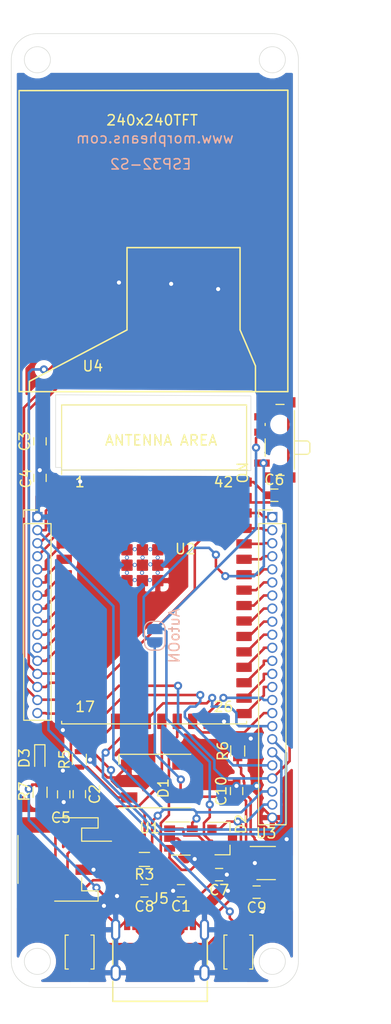
<source format=kicad_pcb>
(kicad_pcb (version 20171130) (host pcbnew "(5.1.7)-1")
  (title_block (title "ESP32-S2 DEV") (date 2020-08-02) (rev 1.2) (company www.morpheans.com) (comment 1 "Dr CADIC Philippe"))
  (layers (0 F.Cu signal) (31 B.Cu signal) (34 B.Paste user) (35 F.Paste user) (36 B.SilkS user) (37 F.SilkS user) (38 B.Mask user) (39 F.Mask user) (44 Edge.Cuts user))
  (net 0 "")
  (net 1 GND)
  (net 2 /3.3v)
  (net 3 /EN)
  (net 4 /VUSB)
  (net 5 /IO0)
  (net 6 "Net-(J2-Pad11)")
  (net 7 "Net-(J2-Pad10)")
  (net 8 "Net-(J2-Pad9)")
  (net 9 "Net-(J2-Pad8)")
  (net 10 "Net-(J2-Pad7)")
  (net 11 "Net-(J2-Pad6)")
  (net 12 "Net-(J2-Pad5)")
  (net 13 "Net-(J2-Pad4)")
  (net 14 "Net-(J3-Pad20)")
  (net 15 "Net-(J3-Pad16)")
  (net 16 "Net-(J3-Pad15)")
  (net 17 "Net-(J3-Pad14)")
  (net 18 "Net-(J3-Pad13)")
  (net 19 "Net-(J3-Pad12)")
  (net 20 "Net-(J3-Pad11)")
  (net 21 "Net-(J3-Pad10)")
  (net 22 "Net-(J3-Pad9)")
  (net 23 "Net-(J3-Pad8)")
  (net 24 "Net-(J3-Pad5)")
  (net 25 "Net-(J3-Pad4)")
  (net 26 "Net-(J3-Pad3)")
  (net 27 "Net-(J3-Pad2)")
  (net 28 "Net-(J3-Pad1)")
  (net 29 "Net-(D1-Pad4)")
  (net 30 /RGBLED)
  (net 31 "Net-(C7-Pad2)")
  (net 32 /VBAT)
  (net 33 "Net-(D3-Pad2)")
  (net 34 "Net-(D3-Pad1)")
  (net 35 "Net-(R6-Pad1)")
  (net 36 /SPI_MISO)
  (net 37 /SPI_CLK)
  (net 38 /SPI_MOSI)
  (net 39 /SPI_CS)
  (net 40 /DC_DISP)
  (net 41 /U1TXD)
  (net 42 /U1RXD)
  (net 43 /SCL)
  (net 44 /SDA)
  (net 45 /D+)
  (net 46 /D-)
  (net 47 "Net-(D2-Pad2)")
  (net 48 /TFT_RESET)
  (module esp32-s2:esp32-s2-wrooom (layer F.Cu) (at 96.5 87.05)
    (fp_text reference U2 (at 2.9845 -1.397) (layer F.SilkS))
    (fp_text value esp32-s2-wroom)
    (fp_text user 1 (at -7.272 -7.907) (layer F.SilkS))
    (fp_text user 17 (at -6.764 13.937) (layer F.SilkS))
    (fp_text user 26 (at 6.698 13.937) (layer F.SilkS))
    (fp_text user 42 (at 6.698 -7.907) (layer F.SilkS))
    (fp_text user "ANTENNA AREA" (at 0.63 -11.96) (layer F.SilkS))
    (pad 1 smd roundrect (at -8.8 -7.9) (size 1.5 0.9) (layers F.Cu F.Paste F.Mask) (roundrect_rratio 0.079) (net 1 GND))
    (pad 2 smd roundrect (at -8.8 -6.4) (size 1.5 0.9) (layers F.Cu F.Paste F.Mask) (roundrect_rratio 0.079) (net 2 /3.3v))
    (pad 3 smd roundrect (at -8.8 -4.9) (size 1.5 0.9) (layers F.Cu F.Paste F.Mask) (roundrect_rratio 0.079) (net 5 /IO0))
    (pad 4 smd roundrect (at -8.8 -3.4) (size 1.5 0.9) (layers F.Cu F.Paste F.Mask) (roundrect_rratio 0.079) (net 13 "Net-(J2-Pad4)"))
    (pad 5 smd roundrect (at -8.8 -1.9) (size 1.5 0.9) (layers F.Cu F.Paste F.Mask) (roundrect_rratio 0.079) (net 12 "Net-(J2-Pad5)"))
    (pad 6 smd roundrect (at -8.8 -0.4) (size 1.5 0.9) (layers F.Cu F.Paste F.Mask) (roundrect_rratio 0.079) (net 11 "Net-(J2-Pad6)"))
    (pad 7 smd roundrect (at -8.8 1.1) (size 1.5 0.9) (layers F.Cu F.Paste F.Mask) (roundrect_rratio 0.079) (net 10 "Net-(J2-Pad7)"))
    (pad 8 smd roundrect (at -8.8 2.6) (size 1.5 0.9) (layers F.Cu F.Paste F.Mask) (roundrect_rratio 0.079) (net 9 "Net-(J2-Pad8)"))
    (pad 9 smd roundrect (at -8.8 4.1) (size 1.5 0.9) (layers F.Cu F.Paste F.Mask) (roundrect_rratio 0.079) (net 8 "Net-(J2-Pad9)"))
    (pad 10 smd roundrect (at -8.8 5.6) (size 1.5 0.9) (layers F.Cu F.Paste F.Mask) (roundrect_rratio 0.079) (net 7 "Net-(J2-Pad10)"))
    (pad 11 smd roundrect (at -8.8 7.1) (size 1.5 0.9) (layers F.Cu F.Paste F.Mask) (roundrect_rratio 0.079) (net 6 "Net-(J2-Pad11)"))
    (pad 12 smd roundrect (at -8.8 8.6) (size 1.5 0.9) (layers F.Cu F.Paste F.Mask) (roundrect_rratio 0.079) (net 48 /TFT_RESET))
    (pad 13 smd roundrect (at -8.8 10.1) (size 1.5 0.9) (layers F.Cu F.Paste F.Mask) (roundrect_rratio 0.079) (net 39 /SPI_CS))
    (pad 14 smd roundrect (at -8.8 11.6) (size 1.5 0.9) (layers F.Cu F.Paste F.Mask) (roundrect_rratio 0.079) (net 38 /SPI_MOSI))
    (pad 15 smd roundrect (at -8.8 13.1) (size 1.5 0.9) (layers F.Cu F.Paste F.Mask) (roundrect_rratio 0.079) (net 37 /SPI_CLK))
    (pad 16 smd roundrect (at -8.8 14.6) (size 1.5 0.9) (layers F.Cu F.Paste F.Mask) (roundrect_rratio 0.079) (net 36 /SPI_MISO))
    (pad 17 smd roundrect (at -6.8 15.35 90) (size 1.5 0.9) (layers F.Cu F.Paste F.Mask) (roundrect_rratio 0.079) (net 40 /DC_DISP))
    (pad 18 smd roundrect (at -5.3 15.35 90) (size 1.5 0.9) (layers F.Cu F.Paste F.Mask) (roundrect_rratio 0.079) (net 14 "Net-(J3-Pad20)"))
    (pad 19 smd roundrect (at -3.8 15.35 90) (size 1.5 0.9) (layers F.Cu F.Paste F.Mask) (roundrect_rratio 0.079) (net 30 /RGBLED))
    (pad 20 smd roundrect (at -2.3 15.35 90) (size 1.5 0.9) (layers F.Cu F.Paste F.Mask) (roundrect_rratio 0.079) (net 41 /U1TXD))
    (pad 21 smd roundrect (at -0.8 15.35 90) (size 1.5 0.9) (layers F.Cu F.Paste F.Mask) (roundrect_rratio 0.079) (net 42 /U1RXD))
    (pad 22 smd roundrect (at 0.7 15.35 90) (size 1.5 0.9) (layers F.Cu F.Paste F.Mask) (roundrect_rratio 0.079) (net 46 /D-))
    (pad 23 smd roundrect (at 2.2 15.35 90) (size 1.5 0.9) (layers F.Cu F.Paste F.Mask) (roundrect_rratio 0.079) (net 45 /D+))
    (pad 24 smd roundrect (at 3.7 15.35 90) (size 1.5 0.9) (layers F.Cu F.Paste F.Mask) (roundrect_rratio 0.079) (net 15 "Net-(J3-Pad16)"))
    (pad 25 smd roundrect (at 5.2 15.35 90) (size 1.5 0.9) (layers F.Cu F.Paste F.Mask) (roundrect_rratio 0.079) (net 16 "Net-(J3-Pad15)"))
    (pad 26 smd roundrect (at 6.7 15.35 90) (size 1.5 0.9) (layers F.Cu F.Paste F.Mask) (roundrect_rratio 0.079) (net 1 GND))
    (pad 27 smd roundrect (at 8.7 14.6 180) (size 1.5 0.9) (layers F.Cu F.Paste F.Mask) (roundrect_rratio 0.079) (net 17 "Net-(J3-Pad14)"))
    (pad 28 smd roundrect (at 8.7 13.1 180) (size 1.5 0.9) (layers F.Cu F.Paste F.Mask) (roundrect_rratio 0.079) (net 18 "Net-(J3-Pad13)"))
    (pad 29 smd roundrect (at 8.7 11.6 180) (size 1.5 0.9) (layers F.Cu F.Paste F.Mask) (roundrect_rratio 0.079) (net 19 "Net-(J3-Pad12)"))
    (pad 30 smd roundrect (at 8.7 10.1 180) (size 1.5 0.9) (layers F.Cu F.Paste F.Mask) (roundrect_rratio 0.079) (net 20 "Net-(J3-Pad11)"))
    (pad 31 smd roundrect (at 8.7 8.6 180) (size 1.5 0.9) (layers F.Cu F.Paste F.Mask) (roundrect_rratio 0.079) (net 21 "Net-(J3-Pad10)"))
    (pad 32 smd roundrect (at 8.7 7.1 180) (size 1.5 0.9) (layers F.Cu F.Paste F.Mask) (roundrect_rratio 0.079) (net 22 "Net-(J3-Pad9)"))
    (pad 33 smd roundrect (at 8.7 5.6 180) (size 1.5 0.9) (layers F.Cu F.Paste F.Mask) (roundrect_rratio 0.079) (net 23 "Net-(J3-Pad8)"))
    (pad 34 smd roundrect (at 8.7 4.1 180) (size 1.5 0.9) (layers F.Cu F.Paste F.Mask) (roundrect_rratio 0.079) (net 43 /SCL))
    (pad 35 smd roundrect (at 8.7 2.6 180) (size 1.5 0.9) (layers F.Cu F.Paste F.Mask) (roundrect_rratio 0.079) (net 44 /SDA))
    (pad 36 smd roundrect (at 8.7 1.1 180) (size 1.5 0.9) (layers F.Cu F.Paste F.Mask) (roundrect_rratio 0.079) (net 24 "Net-(J3-Pad5)"))
    (pad 37 smd roundrect (at 8.7 -0.4 180) (size 1.5 0.9) (layers F.Cu F.Paste F.Mask) (roundrect_rratio 0.079) (net 25 "Net-(J3-Pad4)"))
    (pad 38 smd roundrect (at 8.7 -1.9 180) (size 1.5 0.9) (layers F.Cu F.Paste F.Mask) (roundrect_rratio 0.079) (net 26 "Net-(J3-Pad3)"))
    (pad 39 smd roundrect (at 8.7 -3.4 180) (size 1.5 0.9) (layers F.Cu F.Paste F.Mask) (roundrect_rratio 0.079) (net 27 "Net-(J3-Pad2)"))
    (pad 40 smd roundrect (at 8.7 -4.9 180) (size 1.5 0.9) (layers F.Cu F.Paste F.Mask) (roundrect_rratio 0.079) (net 28 "Net-(J3-Pad1)"))
    (pad 41 smd roundrect (at 8.7 -6.4 180) (size 1.5 0.9) (layers F.Cu F.Paste F.Mask) (roundrect_rratio 0.079) (net 3 /EN))
    (pad 42 smd roundrect (at 8.7 -7.9 180) (size 1.5 0.9) (layers F.Cu F.Paste F.Mask) (roundrect_rratio 0.079) (net 1 GND))
    (pad 43 smd roundrect (at -2.69 -1.325 180) (size 1.1 1.1) (layers F.Cu F.Paste F.Mask) (roundrect_rratio 0.079) (net 1 GND))
    (pad 43 smd roundrect (at -1.19 -1.325 180) (size 1.1 1.1) (layers F.Cu F.Paste F.Mask) (roundrect_rratio 0.079) (net 1 GND))
    (pad 43 smd roundrect (at 0.31 -1.325 180) (size 1.1 1.1) (layers F.Cu F.Paste F.Mask) (roundrect_rratio 0.079) (net 1 GND))
    (pad 43 smd roundrect (at -2.69 0.175 180) (size 1.1 1.1) (layers F.Cu F.Paste F.Mask) (roundrect_rratio 0.079) (net 1 GND))
    (pad 43 smd roundrect (at -1.19 0.175 180) (size 1.1 1.1) (layers F.Cu F.Paste F.Mask) (roundrect_rratio 0.079) (net 1 GND))
    (pad 43 smd roundrect (at 0.31 0.175 180) (size 1.1 1.1) (layers F.Cu F.Paste F.Mask) (roundrect_rratio 0.079) (net 1 GND))
    (pad 43 smd roundrect (at -2.69 1.675 180) (size 1.1 1.1) (layers F.Cu F.Paste F.Mask) (roundrect_rratio 0.079) (net 1 GND))
    (pad 43 smd roundrect (at -1.19 1.675 180) (size 1.1 1.1) (layers F.Cu F.Paste F.Mask) (roundrect_rratio 0.079) (net 1 GND))
    (pad 43 smd roundrect (at 0.31 1.675 180) (size 1.1 1.1) (layers F.Cu F.Paste F.Mask) (roundrect_rratio 0.079) (net 1 GND))
    (pad "" thru_hole circle (at -2.7 -0.5664 180) (size 0.4 0.4) (drill oval 0.25) (layers *.Cu *.Mask))
    (pad "" thru_hole circle (at -1.938 -1.3792 180) (size 0.4 0.4) (drill oval 0.25) (layers *.Cu *.Mask))
    (pad "" thru_hole circle (at -0.414 -1.3792 180) (size 0.4 0.4) (drill oval 0.25) (layers *.Cu *.Mask))
    (pad "" thru_hole circle (at 0.2972 -0.5664 180) (size 0.4 0.4) (drill oval 0.25) (layers *.Cu *.Mask))
    (pad "" thru_hole circle (at 0.2972 0.9068 180) (size 0.4 0.4) (drill oval 0.25) (layers *.Cu *.Mask))
    (pad "" thru_hole circle (at -0.4648 1.618 180) (size 0.4 0.4) (drill oval 0.25) (layers *.Cu *.Mask))
    (pad "" thru_hole circle (at -1.938 1.618 180) (size 0.4 0.4) (drill oval 0.25) (layers *.Cu *.Mask))
    (pad "" thru_hole circle (at -2.7 0.9068 180) (size 0.4 0.4) (drill oval 0.25) (layers *.Cu *.Mask))
    (pad "" thru_hole circle (at -1.938 0.1448 180) (size 0.4 0.4) (drill oval 0.25) (layers *.Cu *.Mask))
    (pad "" thru_hole circle (at -0.414 0.094 180) (size 0.4 0.4) (drill oval 0.25) (layers *.Cu *.Mask))
    (pad "" thru_hole circle (at -1.176 -0.5664 180) (size 0.4 0.4) (drill oval 0.25) (layers *.Cu *.Mask))
    (pad "" thru_hole circle (at -1.2268 0.9068 180) (size 0.4 0.4) (drill oval 0.25) (layers *.Cu *.Mask))
  )
  (module Buttons_Switches_SMD:SW_SPST_B3U-1000P (layer F.Cu) (at 89.2 124.825 90)
    (fp_text reference SW1 hide)
    (fp_text value SW_Push)
    (pad 2 smd rect (at 1.7 0 90) (size 0.9 1.7) (layers F.Cu F.Paste F.Mask) (net 3 /EN))
    (pad 1 smd rect (at -1.7 0 90) (size 0.9 1.7) (layers F.Cu F.Paste F.Mask) (net 1 GND))
  )
  (module Socket_Strips:Socket_Strip_Straight_1x16_Pitch1.27mm (layer F.Cu) (at 85.09 82.55)
    (fp_text reference J2 hide)
    (fp_text value Cnx1)
    (pad 16 thru_hole oval (at 0 19.05) (size 1 1) (drill 0.7) (layers *.Cu *.Mask) (net 36 /SPI_MISO))
    (pad 15 thru_hole oval (at 0 17.78) (size 1 1) (drill 0.7) (layers *.Cu *.Mask) (net 37 /SPI_CLK))
    (pad 14 thru_hole oval (at 0 16.51) (size 1 1) (drill 0.7) (layers *.Cu *.Mask) (net 38 /SPI_MOSI))
    (pad 13 thru_hole oval (at 0 15.24) (size 1 1) (drill 0.7) (layers *.Cu *.Mask) (net 39 /SPI_CS))
    (pad 12 thru_hole oval (at 0 13.97) (size 1 1) (drill 0.7) (layers *.Cu *.Mask) (net 48 /TFT_RESET))
    (pad 11 thru_hole oval (at 0 12.7) (size 1 1) (drill 0.7) (layers *.Cu *.Mask) (net 6 "Net-(J2-Pad11)"))
    (pad 10 thru_hole oval (at 0 11.43) (size 1 1) (drill 0.7) (layers *.Cu *.Mask) (net 7 "Net-(J2-Pad10)"))
    (pad 9 thru_hole oval (at 0 10.16) (size 1 1) (drill 0.7) (layers *.Cu *.Mask) (net 8 "Net-(J2-Pad9)"))
    (pad 8 thru_hole oval (at 0 8.89) (size 1 1) (drill 0.7) (layers *.Cu *.Mask) (net 9 "Net-(J2-Pad8)"))
    (pad 7 thru_hole oval (at 0 7.62) (size 1 1) (drill 0.7) (layers *.Cu *.Mask) (net 10 "Net-(J2-Pad7)"))
    (pad 6 thru_hole oval (at 0 6.35) (size 1 1) (drill 0.7) (layers *.Cu *.Mask) (net 11 "Net-(J2-Pad6)"))
    (pad 5 thru_hole oval (at 0 5.08) (size 1 1) (drill 0.7) (layers *.Cu *.Mask) (net 12 "Net-(J2-Pad5)"))
    (pad 4 thru_hole oval (at 0 3.81) (size 1 1) (drill 0.7) (layers *.Cu *.Mask) (net 13 "Net-(J2-Pad4)"))
    (pad 3 thru_hole oval (at 0 2.54) (size 1 1) (drill 0.7) (layers *.Cu *.Mask) (net 5 /IO0))
    (pad 2 thru_hole oval (at 0 1.27) (size 1 1) (drill 0.7) (layers *.Cu *.Mask) (net 2 /3.3v))
    (pad 1 thru_hole rect (at 0 0) (size 1 1) (drill 0.7) (layers *.Cu *.Mask) (net 1 GND))
  )
  (module Socket_Strips:Socket_Strip_Straight_1x24_Pitch1.27mm (layer F.Cu) (at 107.95 82.55)
    (fp_text reference J3 hide)
    (fp_text value Con2)
    (pad 24 thru_hole oval (at 0 29.21) (size 1 1) (drill 0.7) (layers *.Cu *.Mask) (net 1 GND))
    (pad 23 thru_hole oval (at 0 27.94) (size 1 1) (drill 0.7) (layers *.Cu *.Mask) (net 4 /VUSB))
    (pad 22 thru_hole oval (at 0 26.67) (size 1 1) (drill 0.7) (layers *.Cu *.Mask) (net 2 /3.3v))
    (pad 21 thru_hole oval (at 0 25.4) (size 1 1) (drill 0.7) (layers *.Cu *.Mask) (net 40 /DC_DISP))
    (pad 20 thru_hole oval (at 0 24.13) (size 1 1) (drill 0.7) (layers *.Cu *.Mask) (net 14 "Net-(J3-Pad20)"))
    (pad 19 thru_hole oval (at 0 22.86) (size 1 1) (drill 0.7) (layers *.Cu *.Mask) (net 30 /RGBLED))
    (pad 18 thru_hole oval (at 0 21.59) (size 1 1) (drill 0.7) (layers *.Cu *.Mask) (net 41 /U1TXD))
    (pad 17 thru_hole oval (at 0 20.32) (size 1 1) (drill 0.7) (layers *.Cu *.Mask) (net 42 /U1RXD))
    (pad 16 thru_hole oval (at 0 19.05) (size 1 1) (drill 0.7) (layers *.Cu *.Mask) (net 15 "Net-(J3-Pad16)"))
    (pad 15 thru_hole oval (at 0 17.78) (size 1 1) (drill 0.7) (layers *.Cu *.Mask) (net 16 "Net-(J3-Pad15)"))
    (pad 14 thru_hole oval (at 0 16.51) (size 1 1) (drill 0.7) (layers *.Cu *.Mask) (net 17 "Net-(J3-Pad14)"))
    (pad 13 thru_hole oval (at 0 15.24) (size 1 1) (drill 0.7) (layers *.Cu *.Mask) (net 18 "Net-(J3-Pad13)"))
    (pad 12 thru_hole oval (at 0 13.97) (size 1 1) (drill 0.7) (layers *.Cu *.Mask) (net 19 "Net-(J3-Pad12)"))
    (pad 11 thru_hole oval (at 0 12.7) (size 1 1) (drill 0.7) (layers *.Cu *.Mask) (net 20 "Net-(J3-Pad11)"))
    (pad 10 thru_hole oval (at 0 11.43) (size 1 1) (drill 0.7) (layers *.Cu *.Mask) (net 21 "Net-(J3-Pad10)"))
    (pad 9 thru_hole oval (at 0 10.16) (size 1 1) (drill 0.7) (layers *.Cu *.Mask) (net 22 "Net-(J3-Pad9)"))
    (pad 8 thru_hole oval (at 0 8.89) (size 1 1) (drill 0.7) (layers *.Cu *.Mask) (net 23 "Net-(J3-Pad8)"))
    (pad 7 thru_hole oval (at 0 7.62) (size 1 1) (drill 0.7) (layers *.Cu *.Mask) (net 43 /SCL))
    (pad 6 thru_hole oval (at 0 6.35) (size 1 1) (drill 0.7) (layers *.Cu *.Mask) (net 44 /SDA))
    (pad 5 thru_hole oval (at 0 5.08) (size 1 1) (drill 0.7) (layers *.Cu *.Mask) (net 24 "Net-(J3-Pad5)"))
    (pad 4 thru_hole oval (at 0 3.81) (size 1 1) (drill 0.7) (layers *.Cu *.Mask) (net 25 "Net-(J3-Pad4)"))
    (pad 3 thru_hole oval (at 0 2.54) (size 1 1) (drill 0.7) (layers *.Cu *.Mask) (net 26 "Net-(J3-Pad3)"))
    (pad 2 thru_hole oval (at 0 1.27) (size 1 1) (drill 0.7) (layers *.Cu *.Mask) (net 27 "Net-(J3-Pad2)"))
    (pad 1 thru_hole rect (at 0 0) (size 1 1) (drill 0.7) (layers *.Cu *.Mask) (net 28 "Net-(J3-Pad1)"))
  )
  (module LEDs:LED_WS2812B-PLCC4 (layer F.Cu) (at 96.52 108.204 180)
    (fp_text reference D1 (at -0.8255 -0.6985 270) (layer F.SilkS))
    (fp_text value WS2812B)
    (pad 1 smd rect (at -2.5 -1.6 180) (size 1.6 1) (layers F.Cu F.Paste F.Mask) (net 32 /VBAT))
    (pad 2 smd rect (at -2.5 1.6 180) (size 1.6 1) (layers F.Cu F.Paste F.Mask))
    (pad 4 smd rect (at 2.5 -1.6 180) (size 1.6 1) (layers F.Cu F.Paste F.Mask) (net 29 "Net-(D1-Pad4)"))
    (pad 3 smd rect (at 2.5 1.6 180) (size 1.6 1) (layers F.Cu F.Paste F.Mask) (net 1 GND))
  )
  (module TO_SOT_Packages_SMD:SOT-23 (layer F.Cu) (at 103.075 113.792)
    (fp_text reference D2 (at 1.8288 -1.4092 90) (layer F.SilkS))
    (fp_text value BAT54C)
    (pad 3 smd rect (at 1 0) (size 0.9 0.8) (layers F.Cu F.Paste F.Mask) (net 31 "Net-(C7-Pad2)"))
    (pad 2 smd rect (at -1 0.95) (size 0.9 0.8) (layers F.Cu F.Paste F.Mask) (net 47 "Net-(D2-Pad2)"))
    (pad 1 smd rect (at -1 -0.95) (size 0.9 0.8) (layers F.Cu F.Paste F.Mask) (net 4 /VUSB))
  )
  (module Connectors_JST:JST_PH_S2B-PH-SM4-TB_02x2.00mm_Angled (layer F.Cu) (at 87.675 115.824 270)
    (fp_text reference J4 hide)
    (fp_text value Conn_01x02_Female)
    (pad "" smd rect (at 3.35 2.875 270) (size 1.5 3.4) (layers F.Cu F.Paste F.Mask))
    (pad "" smd rect (at -3.35 2.875 270) (size 1.5 3.4) (layers F.Cu F.Paste F.Mask))
    (pad 2 smd rect (at 1 -2.875 270) (size 1 3.5) (layers F.Cu F.Paste F.Mask) (net 1 GND))
    (pad 1 smd rect (at -1 -2.875 270) (size 1 3.5) (layers F.Cu F.Paste F.Mask) (net 32 /VBAT))
  )
  (module 18650:240240TFT (layer F.Cu) (at 83.312 70.358)
    (fp_text reference U4 (at 7.1755 -2.4765) (layer F.SilkS))
    (fp_text value 240x240TFT (at 12.94 -26.38) (layer F.SilkS))
    (pad 12 smd rect (at 12 -12.7) (size 0.35 2) (layers F.Cu F.Paste F.Mask) (net 1 GND))
    (pad 11 smd rect (at 12.7 -12.7) (size 0.35 2) (layers F.Cu F.Paste F.Mask) (net 48 /TFT_RESET))
    (pad 10 smd rect (at 13.4 -12.7) (size 0.35 2) (layers F.Cu F.Paste F.Mask) (net 38 /SPI_MOSI))
    (pad 9 smd rect (at 14.1 -12.7) (size 0.35 2) (layers F.Cu F.Paste F.Mask) (net 37 /SPI_CLK))
    (pad 8 smd rect (at 14.8 -12.7) (size 0.35 2) (layers F.Cu F.Paste F.Mask) (net 39 /SPI_CS))
    (pad 7 smd rect (at 15.5 -12.7) (size 0.35 2) (layers F.Cu F.Paste F.Mask) (net 40 /DC_DISP))
    (pad 6 smd rect (at 16.2 -12.7) (size 0.35 2) (layers F.Cu F.Paste F.Mask) (net 1 GND))
    (pad 5 smd rect (at 16.9 -12.7) (size 0.35 2) (layers F.Cu F.Paste F.Mask) (net 1 GND))
    (pad 4 smd rect (at 17.6 -12.7) (size 0.35 2) (layers F.Cu F.Paste F.Mask) (net 2 /3.3v))
    (pad 3 smd rect (at 18.3 -12.7) (size 0.35 2) (layers F.Cu F.Paste F.Mask) (net 2 /3.3v))
    (pad 2 smd rect (at 19 -12.7) (size 0.35 2) (layers F.Cu F.Paste F.Mask) (net 1 GND))
    (pad 1 smd rect (at 19.7 -12.7) (size 0.35 2) (layers F.Cu F.Paste F.Mask) (net 1 GND))
  )
  (module Buttons_Switches_SMD:SW_SPDT_PCM12 (layer F.Cu) (at 108.375 75.05 90)
    (fp_text reference SW3 hide)
    (fp_text value ON (at -3.175 -3.302 90) (layer F.SilkS))
    (pad "" smd rect (at -3.65 -0.78 90) (size 1 0.8) (layers F.Cu F.Paste F.Mask))
    (pad "" smd rect (at 3.65 -0.78 90) (size 1 0.8) (layers F.Cu F.Paste F.Mask))
    (pad "" smd rect (at 3.65 1.43 90) (size 1 0.8) (layers F.Cu F.Paste F.Mask))
    (pad "" smd rect (at -3.65 1.43 90) (size 1 0.8) (layers F.Cu F.Paste F.Mask))
    (pad 3 smd rect (at 2.25 -1.43 90) (size 0.7 1.5) (layers F.Cu F.Paste F.Mask))
    (pad 2 smd rect (at 0.75 -1.43 90) (size 0.7 1.5) (layers F.Cu F.Paste F.Mask) (net 47 "Net-(D2-Pad2)"))
    (pad 1 smd rect (at -2.25 -1.43 90) (size 0.7 1.5) (layers F.Cu F.Paste F.Mask) (net 32 /VBAT))
    (pad "" np_thru_hole circle (at 1.5 0.33 90) (size 0.9 0.9) (drill 0.9) (layers *.Cu *.Mask))
    (pad "" np_thru_hole circle (at -1.5 0.33 90) (size 0.9 0.9) (drill 0.9) (layers *.Cu *.Mask))
  )
  (module 18650:JumperSmall (layer B.Cu) (at 96.5149 94.0816 270)
    (fp_text reference JP5 hide)
    (fp_text value AutoON (at 0 -1.9 90) (layer B.SilkS) (effects (justify mirror)))
    (pad 2 smd custom (at 0.65 0 270) (size 1 0.5) (layers B.Cu B.Mask) (net 32 /VBAT) (options (clearance outline) (anchor rect)) (primitives (gr_circle (center 0 -0.25) (end 0.5 -0.25) (width 0)) (gr_circle (center 0 0.25) (end 0.5 0.25) (width 0)) (gr_poly (pts (xy 0 0.75) (xy -0.5 0.75) (xy -0.5 -0.75) (xy 0 -0.75)) (width 0))))
    (pad 1 smd custom (at -0.65 0 270) (size 1 0.5) (layers B.Cu B.Mask) (net 47 "Net-(D2-Pad2)") (options (clearance outline) (anchor rect)) (primitives (gr_circle (center 0 -0.25) (end 0.5 -0.25) (width 0)) (gr_circle (center 0 0.25) (end 0.5 0.25) (width 0)) (gr_poly (pts (xy 0 0.75) (xy 0.5 0.75) (xy 0.5 -0.75) (xy 0 -0.75)) (width 0))))
  )
  (module TO_SOT_Packages_SMD:SOT-23-5 (layer F.Cu) (at 99.06 113.792)
    (fp_text reference U1 (at -3.048 -1.016) (layer F.SilkS))
    (fp_text value TLV75733PDBV)
    (pad 5 smd rect (at 1.1 -0.95) (size 1.06 0.65) (layers F.Cu F.Paste F.Mask) (net 2 /3.3v))
    (pad 4 smd rect (at 1.1 0.95) (size 1.06 0.65) (layers F.Cu F.Paste F.Mask))
    (pad 3 smd rect (at -1.1 0.95) (size 1.06 0.65) (layers F.Cu F.Paste F.Mask) (net 31 "Net-(C7-Pad2)"))
    (pad 2 smd rect (at -1.1 0) (size 1.06 0.65) (layers F.Cu F.Paste F.Mask) (net 1 GND))
    (pad 1 smd rect (at -1.1 -0.95) (size 1.06 0.65) (layers F.Cu F.Paste F.Mask) (net 31 "Net-(C7-Pad2)"))
  )
  (module Capacitors_SMD:C_0603 (layer F.Cu) (at 99.06 118.872 180)
    (fp_text reference C1 (at 0 -1.5) (layer F.SilkS))
    (fp_text value 20pF)
    (pad 2 smd rect (at 0.75 0 180) (size 0.8 0.75) (layers F.Cu F.Paste F.Mask) (net 1 GND))
    (pad 1 smd rect (at -0.75 0 180) (size 0.8 0.75) (layers F.Cu F.Paste F.Mask) (net 45 /D+))
  )
  (module Capacitors_SMD:C_0603 (layer F.Cu) (at 89.175 109.475 270)
    (fp_text reference C2 (at 0 -1.5 90) (layer F.SilkS))
    (fp_text value 20pF)
    (pad 1 smd rect (at -0.75 0 270) (size 0.8 0.75) (layers F.Cu F.Paste F.Mask) (net 46 /D-))
    (pad 2 smd rect (at 0.75 0 270) (size 0.8 0.75) (layers F.Cu F.Paste F.Mask) (net 1 GND))
  )
  (module Capacitors_SMD:C_0603 (layer F.Cu) (at 85.344 75.184 90)
    (fp_text reference C3 (at 0 -1.5 90) (layer F.SilkS))
    (fp_text value 100nF)
    (pad 2 smd rect (at 0.75 0 90) (size 0.8 0.75) (layers F.Cu F.Paste F.Mask) (net 2 /3.3v))
    (pad 1 smd rect (at -0.75 0 90) (size 0.8 0.75) (layers F.Cu F.Paste F.Mask) (net 1 GND))
  )
  (module Capacitors_SMD:C_0603 (layer F.Cu) (at 85.344 78.74 270)
    (fp_text reference C4 (at 0.0508 1.3716 90) (layer F.SilkS))
    (fp_text value 10uF)
    (pad 1 smd rect (at -0.75 0 270) (size 0.8 0.75) (layers F.Cu F.Paste F.Mask) (net 1 GND))
    (pad 2 smd rect (at 0.75 0 270) (size 0.8 0.75) (layers F.Cu F.Paste F.Mask) (net 2 /3.3v))
  )
  (module Capacitors_SMD:C_0603 (layer F.Cu) (at 87.65 109.5 270)
    (fp_text reference C5 (at 2.26 0.274 180) (layer F.SilkS))
    (fp_text value 100nF)
    (pad 1 smd rect (at -0.75 0 270) (size 0.8 0.75) (layers F.Cu F.Paste F.Mask) (net 3 /EN))
    (pad 2 smd rect (at 0.75 0 270) (size 0.8 0.75) (layers F.Cu F.Paste F.Mask) (net 1 GND))
  )
  (module Capacitors_SMD:C_0603 (layer F.Cu) (at 102.775 117.3 180)
    (fp_text reference C7 (at 0 -1.5) (layer F.SilkS))
    (fp_text value 1uF)
    (pad 2 smd rect (at 0.75 0 180) (size 0.8 0.75) (layers F.Cu F.Paste F.Mask) (net 31 "Net-(C7-Pad2)"))
    (pad 1 smd rect (at -0.75 0 180) (size 0.8 0.75) (layers F.Cu F.Paste F.Mask) (net 1 GND))
  )
  (module Capacitors_SMD:C_0603 (layer F.Cu) (at 95.504 118.872)
    (fp_text reference C8 (at 0 1.524) (layer F.SilkS))
    (fp_text value 1uF)
    (pad 1 smd rect (at -0.75 0) (size 0.8 0.75) (layers F.Cu F.Paste F.Mask) (net 1 GND))
    (pad 2 smd rect (at 0.75 0) (size 0.8 0.75) (layers F.Cu F.Paste F.Mask) (net 2 /3.3v))
  )
  (module Capacitors_SMD:C_0603 (layer F.Cu) (at 106.425 119 180)
    (fp_text reference C9 (at 0 -1.5) (layer F.SilkS))
    (fp_text value 4.7uF)
    (pad 1 smd rect (at -0.75 0 180) (size 0.8 0.75) (layers F.Cu F.Paste F.Mask) (net 4 /VUSB))
    (pad 2 smd rect (at 0.75 0 180) (size 0.8 0.75) (layers F.Cu F.Paste F.Mask) (net 1 GND))
  )
  (module Capacitors_SMD:C_0603 (layer F.Cu) (at 104.475 109.175 90)
    (fp_text reference C10 (at 0 -1.5 90) (layer F.SilkS))
    (fp_text value 4.7uF)
    (pad 2 smd rect (at 0.75 0 90) (size 0.8 0.75) (layers F.Cu F.Paste F.Mask) (net 1 GND))
    (pad 1 smd rect (at -0.75 0 90) (size 0.8 0.75) (layers F.Cu F.Paste F.Mask) (net 32 /VBAT))
  )
  (module LEDs:LED_0603 (layer F.Cu) (at 85.325 105.975 270)
    (fp_text reference D3 (at 0 1.505 90) (layer F.SilkS))
    (fp_text value Charge)
    (pad 1 smd rect (at -0.8 0 90) (size 0.8 0.8) (layers F.Cu F.Paste F.Mask) (net 34 "Net-(D3-Pad1)"))
    (pad 2 smd rect (at 0.8 0 90) (size 0.8 0.8) (layers F.Cu F.Paste F.Mask) (net 33 "Net-(D3-Pad2)"))
  )
  (module Resistors_SMD:R_0603 (layer F.Cu) (at 95.504 115.824 180)
    (fp_text reference R3 (at 0 -1.45) (layer F.SilkS))
    (fp_text value 10k)
    (pad 1 smd rect (at -0.75 0 180) (size 0.5 0.9) (layers F.Cu F.Paste F.Mask) (net 2 /3.3v))
    (pad 2 smd rect (at 0.75 0 180) (size 0.5 0.9) (layers F.Cu F.Paste F.Mask) (net 3 /EN))
  )
  (module Resistors_SMD:R_0603 (layer F.Cu) (at 89.175 106.1 90)
    (fp_text reference R5 (at 0 -1.45 90) (layer F.SilkS))
    (fp_text value 470)
    (pad 2 smd rect (at 0.75 0 90) (size 0.5 0.9) (layers F.Cu F.Paste F.Mask) (net 30 /RGBLED))
    (pad 1 smd rect (at -0.75 0 90) (size 0.5 0.9) (layers F.Cu F.Paste F.Mask) (net 29 "Net-(D1-Pad4)"))
  )
  (module Resistors_SMD:R_0603 (layer F.Cu) (at 104.584 105.283 90)
    (fp_text reference R6 (at 0 -1.45 90) (layer F.SilkS))
    (fp_text value 2k)
    (pad 1 smd rect (at -0.75 0 90) (size 0.5 0.9) (layers F.Cu F.Paste F.Mask) (net 35 "Net-(R6-Pad1)"))
    (pad 2 smd rect (at 0.75 0 90) (size 0.5 0.9) (layers F.Cu F.Paste F.Mask) (net 1 GND))
  )
  (module Resistors_SMD:R_0603 (layer F.Cu) (at 85.35 109.3 270)
    (fp_text reference R7 (at -0.08 1.53 90) (layer F.SilkS))
    (fp_text value 470R)
    (pad 2 smd rect (at 0.75 0 270) (size 0.5 0.9) (layers F.Cu F.Paste F.Mask) (net 33 "Net-(D3-Pad2)"))
    (pad 1 smd rect (at -0.75 0 270) (size 0.5 0.9) (layers F.Cu F.Paste F.Mask) (net 4 /VUSB))
  )
  (module Capacitors_SMD:C_0603 (layer F.Cu) (at 108.15 80.425)
    (fp_text reference C6 (at 0 -1.5) (layer F.SilkS))
    (fp_text value 100nF)
    (pad 1 smd rect (at -0.75 0) (size 0.8 0.75) (layers F.Cu F.Paste F.Mask) (net 1 GND))
    (pad 2 smd rect (at 0.75 0) (size 0.8 0.75) (layers F.Cu F.Paste F.Mask) (net 3 /EN))
  )
  (module Buttons_Switches_SMD:SW_SPST_B3U-1000P (layer F.Cu) (at 104.648 124.825 270)
    (fp_text reference SW2 hide)
    (fp_text value Boot)
    (pad 2 smd rect (at 1.7 0 270) (size 0.9 1.7) (layers F.Cu F.Paste F.Mask) (net 1 GND))
    (pad 1 smd rect (at -1.7 0 270) (size 0.9 1.7) (layers F.Cu F.Paste F.Mask) (net 5 /IO0))
  )
  (module Package_TO_SOT_SMD:SOT-23-5 (layer F.Cu) (at 107.35 116.175)
    (fp_text reference U3 (at 0 -2.9) (layer F.SilkS))
    (fp_text value MCP73831-2-OT)
    (pad 1 smd rect (at -1.1 -0.95) (size 1.06 0.65) (layers F.Cu F.Paste F.Mask) (net 34 "Net-(D3-Pad1)"))
    (pad 2 smd rect (at -1.1 0) (size 1.06 0.65) (layers F.Cu F.Paste F.Mask) (net 1 GND))
    (pad 3 smd rect (at -1.1 0.95) (size 1.06 0.65) (layers F.Cu F.Paste F.Mask) (net 32 /VBAT))
    (pad 4 smd rect (at 1.1 0.95) (size 1.06 0.65) (layers F.Cu F.Paste F.Mask) (net 4 /VUSB))
    (pad 5 smd rect (at 1.1 -0.95) (size 1.06 0.65) (layers F.Cu F.Paste F.Mask) (net 35 "Net-(R6-Pad1)"))
  )
  (module usbc:USB_C_Receptacle_GT-USB-7010 (layer F.Cu) (at 97.028 124.968)
    (fp_text reference J5 (at 0 -5.35) (layer F.SilkS))
    (fp_text value USB_C_Receptacle)
    (pad A12 smd rect (at 3.35 -3.15) (size 0.3 1.75) (layers F.Cu F.Paste F.Mask) (net 1 GND))
    (pad B1 smd rect (at 3.05 -3.15) (size 0.3 1.75) (layers F.Cu F.Paste F.Mask) (net 1 GND))
    (pad B4 smd rect (at 2.25 -3.15) (size 0.3 1.75) (layers F.Cu F.Paste F.Mask) (net 4 /VUSB))
    (pad A9 smd rect (at 2.55 -3.15) (size 0.3 1.75) (layers F.Cu F.Paste F.Mask) (net 4 /VUSB))
    (pad B9 smd rect (at -2.25 -3.15) (size 0.3 1.75) (layers F.Cu F.Paste F.Mask) (net 4 /VUSB))
    (pad A4 smd rect (at -2.55 -3.15) (size 0.3 1.75) (layers F.Cu F.Paste F.Mask) (net 4 /VUSB))
    (pad B12 smd rect (at -3.05 -3.15) (size 0.3 1.75) (layers F.Cu F.Paste F.Mask) (net 1 GND))
    (pad A1 smd rect (at -3.35 -3.15) (size 0.3 1.75) (layers F.Cu F.Paste F.Mask) (net 1 GND))
    (pad A6 smd rect (at -0.25 -3.15) (size 0.3 1.75) (layers F.Cu F.Paste F.Mask) (net 45 /D+))
    (pad A5 smd rect (at -1.25 -3.15) (size 0.3 1.75) (layers F.Cu F.Paste F.Mask))
    (pad B8 smd rect (at -1.75 -3.15) (size 0.3 1.75) (layers F.Cu F.Paste F.Mask))
    (pad B7 smd rect (at -0.75 -3.15) (size 0.3 1.75) (layers F.Cu F.Paste F.Mask) (net 46 /D-))
    (pad B5 smd rect (at 1.75 -3.15) (size 0.3 1.75) (layers F.Cu F.Paste F.Mask))
    (pad A8 smd rect (at 1.25 -3.15) (size 0.3 1.75) (layers F.Cu F.Paste F.Mask))
    (pad B6 smd rect (at 0.75 -3.15) (size 0.3 1.75) (layers F.Cu F.Paste F.Mask) (net 45 /D+))
    (pad A7 smd rect (at 0.25 -3.15) (size 0.3 1.75) (layers F.Cu F.Paste F.Mask) (net 46 /D-))
    (pad "" np_thru_hole circle (at 2.89 -1.81) (size 0.65 0.65) (drill 0.65) (layers *.Cu *.Mask))
    (pad "" np_thru_hole circle (at -2.89 -1.81) (size 0.65 0.65) (drill 0.65) (layers *.Cu *.Mask))
    (pad S1 thru_hole oval (at 4.32 -2.31) (size 0.9 2.1) (drill oval 0.5 1.7) (layers *.Cu *.Mask) (net 1 GND))
    (pad S1 thru_hole oval (at -4.32 -2.31) (size 0.9 2.1) (drill oval 0.5 1.7) (layers *.Cu *.Mask) (net 1 GND))
    (pad S1 thru_hole oval (at 4.32 1.87) (size 1 1.6) (drill oval 0.6 1.2) (layers *.Cu *.Mask) (net 1 GND))
    (pad S1 thru_hole oval (at -4.32 1.87) (size 1 1.6) (drill oval 0.6 1.2) (layers *.Cu *.Mask) (net 1 GND))
  )
  (gr_line (start 105.8672 70.7644) (end 105.664 70.7644) (layer Edge.Cuts) (width 0.05))
  (gr_line (start 105.8672 78.0288) (end 105.8672 70.7644) (layer Edge.Cuts) (width 0.05))
  (gr_line (start 105.664 78.0288) (end 105.8672 78.0288) (layer Edge.Cuts) (width 0.05))
  (gr_line (start 86.868 70.6628) (end 86.9188 70.6628) (layer Edge.Cuts) (width 0.05))
  (gr_line (start 86.868 77.724) (end 86.868 70.6628) (layer Edge.Cuts) (width 0.05))
  (gr_line (start 87.4268 77.724) (end 86.868 77.724) (layer Edge.Cuts) (width 0.05))
  (gr_line (start 87.4268 77.978) (end 87.4268 77.724) (layer Edge.Cuts) (width 0.05))
  (gr_line (start 87.4776 77.978) (end 87.4268 77.978) (layer Edge.Cuts) (width 0.05))
  (gr_line (start 105.664 78.0288) (end 87.4776 77.978) (layer Edge.Cuts) (width 0.05))
  (gr_line (start 86.9188 70.6628) (end 105.664 70.7644) (layer Edge.Cuts) (width 0.05))
  (gr_arc (start 107.95 38.1) (end 110.49 38.1) (angle -90) (layer Edge.Cuts) (width 0.05))
  (gr_arc (start 85.09 38.1) (end 85.09 35.56) (angle -90) (layer Edge.Cuts) (width 0.05))
  (gr_line (start 82.55 40.64) (end 82.55 38.1) (layer Edge.Cuts) (width 0.05))
  (gr_line (start 110.49 40.64) (end 110.49 38.1) (layer Edge.Cuts) (width 0.05))
  (gr_line (start 85.09 35.56) (end 107.95 35.56) (layer Edge.Cuts) (width 0.05))
  (gr_circle (center 107.95 38.1) (end 109.22 38.1) (layer Edge.Cuts) (width 0.05))
  (gr_circle (center 85.09 38.1) (end 86.36 38.1) (layer Edge.Cuts) (width 0.05))
  (gr_circle (center 85.09 125.73) (end 86.36 125.73) (layer Edge.Cuts) (width 0.05))
  (gr_circle (center 107.95 125.73) (end 107.95 124.46) (layer Edge.Cuts) (width 0.05))
  (gr_arc (start 107.95 125.73) (end 107.95 128.27) (angle -90) (layer Edge.Cuts) (width 0.05))
  (gr_arc (start 85.09 125.73) (end 82.55 125.73) (angle -90) (layer Edge.Cuts) (width 0.05))
  (gr_line (start 82.55 41.91) (end 82.55 40.64) (layer Edge.Cuts) (width 0.05))
  (gr_line (start 110.49 41.91) (end 110.49 40.64) (layer Edge.Cuts) (width 0.05))
  (gr_line (start 85.09 128.27) (end 107.95 128.27) (layer Edge.Cuts) (width 0.05))
  (gr_line (start 82.55 41.91) (end 82.55 125.73) (layer Edge.Cuts) (width 0.05))
  (gr_line (start 110.49 41.91) (end 110.49 125.73) (layer Edge.Cuts) (width 0.05))
  (gr_text www.morpheans.com (at 96.52 45.72) (layer B.SilkS) (effects (font (size 1 1)) (justify mirror)))
  (gr_text ESP32-S2 (at 96.1136 48.26) (layer B.SilkS) (effects (font (size 1 1)) (justify mirror)))
  (via (at 90.216384 106.125615) (size 0.8) (drill 0.4) (layers F.Cu B.Cu) (net 1))
  (segment (start 90.216384 106.173386) (end 90.216384 106.125615) (width 0.25) (layer F.Cu) (net 1))
  (segment (start 91.903599 107.860601) (end 90.216384 106.173386) (width 0.25) (layer F.Cu) (net 1))
  (segment (start 92.763399 107.860601) (end 91.903599 107.860601) (width 0.25) (layer F.Cu) (net 1))
  (segment (start 94.02 106.604) (end 92.763399 107.860601) (width 0.25) (layer F.Cu) (net 1))
  (via (at 87.5665 103.251) (size 0.8) (drill 0.4) (layers F.Cu B.Cu) (net 1))
  (segment (start 87.5665 103.475731) (end 87.5665 103.251) (width 0.25) (layer B.Cu) (net 1))
  (segment (start 90.216384 106.125615) (end 87.5665 103.475731) (width 0.25) (layer B.Cu) (net 1))
  (via (at 87.57 107.188) (size 0.8) (drill 0.4) (layers F.Cu B.Cu) (net 1))
  (segment (start 87.57 103.2475) (end 87.57 107.188) (width 0.25) (layer F.Cu) (net 1))
  (segment (start 87.5665 103.251) (end 87.57 103.2475) (width 0.25) (layer F.Cu) (net 1))
  (via (at 87.65 110.25) (size 0.8) (drill 0.4) (layers F.Cu B.Cu) (net 1))
  (segment (start 87.57 110.17) (end 87.65 110.25) (width 0.25) (layer B.Cu) (net 1))
  (segment (start 87.57 107.188) (end 87.57 110.17) (width 0.25) (layer B.Cu) (net 1))
  (segment (start 95.123 57.658) (end 93.0275 59.7535) (width 0.25) (layer F.Cu) (net 1))
  (via (at 93.0275 59.7535) (size 0.8) (drill 0.4) (layers F.Cu B.Cu) (net 1))
  (segment (start 95.312 57.658) (end 95.123 57.658) (width 0.25) (layer F.Cu) (net 1))
  (segment (start 93.0275 59.7535) (end 95.3135 62.0395) (width 0.25) (layer B.Cu) (net 1))
  (via (at 102.6795 60.3885) (size 0.8) (drill 0.4) (layers F.Cu B.Cu) (net 1))
  (segment (start 101.0285 62.0395) (end 102.6795 60.3885) (width 0.25) (layer B.Cu) (net 1))
  (segment (start 102.6795 58.0255) (end 102.312 57.658) (width 0.25) (layer F.Cu) (net 1))
  (segment (start 102.6795 60.3885) (end 102.6795 58.0255) (width 0.25) (layer F.Cu) (net 1))
  (segment (start 103.012 57.693) (end 102.6795 58.0255) (width 0.25) (layer F.Cu) (net 1))
  (segment (start 103.012 57.658) (end 103.012 57.693) (width 0.25) (layer F.Cu) (net 1))
  (via (at 98.1075 59.8805) (size 0.8) (drill 0.4) (layers F.Cu B.Cu) (net 1))
  (segment (start 99.512 59.74689) (end 99.37839 59.8805) (width 0.25) (layer F.Cu) (net 1))
  (segment (start 99.37839 59.8805) (end 98.1075 59.8805) (width 0.25) (layer F.Cu) (net 1))
  (segment (start 99.512 57.658) (end 99.512 59.74689) (width 0.25) (layer F.Cu) (net 1))
  (segment (start 98.1075 60.6425) (end 96.7105 62.0395) (width 0.25) (layer B.Cu) (net 1))
  (segment (start 98.1075 59.8805) (end 98.1075 60.6425) (width 0.25) (layer B.Cu) (net 1))
  (segment (start 96.7105 62.0395) (end 101.0285 62.0395) (width 0.25) (layer B.Cu) (net 1))
  (segment (start 95.3135 62.0395) (end 96.7105 62.0395) (width 0.25) (layer B.Cu) (net 1))
  (segment (start 99.512 57.658) (end 100.212 57.658) (width 0.25) (layer F.Cu) (net 1))
  (segment (start 106.125 79.15) (end 105.2 79.15) (width 0.25) (layer F.Cu) (net 1))
  (segment (start 107.4 80.425) (end 106.125 79.15) (width 0.25) (layer F.Cu) (net 1))
  (segment (start 85.344 75.934) (end 85.344 77.99) (width 0.25) (layer F.Cu) (net 1))
  (via (at 89.2556 79.0956) (size 0.8) (drill 0.4) (layers F.Cu B.Cu) (net 1))
  (segment (start 87.7 79.15) (end 87.7 78.937) (width 0.25) (layer F.Cu) (net 1))
  (segment (start 85.4978 78.1685) (end 85.3193 77.99) (width 0.25) (layer B.Cu) (net 1))
  (via (at 85.3193 77.99) (size 0.8) (drill 0.4) (layers F.Cu B.Cu) (net 1))
  (segment (start 92.838 122.658) (end 93.678 121.818) (width 0.25) (layer F.Cu) (net 1))
  (segment (start 92.708 122.658) (end 92.838 122.658) (width 0.25) (layer F.Cu) (net 1))
  (segment (start 92.708 122.658) (end 92.708 122.1085) (width 0.25) (layer F.Cu) (net 1))
  (via (at 91.567 120.3325) (size 0.8) (drill 0.4) (layers F.Cu B.Cu) (net 1))
  (segment (start 91.567 120.9675) (end 91.567 120.3325) (width 0.25) (layer F.Cu) (net 1))
  (segment (start 92.708 122.1085) (end 91.567 120.9675) (width 0.25) (layer F.Cu) (net 1))
  (via (at 92.837 119.38) (size 0.8) (drill 0.4) (layers F.Cu B.Cu) (net 1))
  (segment (start 91.8845 120.3325) (end 92.837 119.38) (width 0.25) (layer B.Cu) (net 1))
  (segment (start 91.567 120.3325) (end 91.8845 120.3325) (width 0.25) (layer B.Cu) (net 1))
  (segment (start 94.246 119.38) (end 94.754 118.872) (width 0.25) (layer F.Cu) (net 1))
  (segment (start 92.837 119.38) (end 94.246 119.38) (width 0.25) (layer F.Cu) (net 1))
  (via (at 90.55 116.824) (size 0.8) (drill 0.4) (layers F.Cu B.Cu) (net 1))
  (segment (start 90.44 116.824) (end 90.55 116.824) (width 0.25) (layer F.Cu) (net 1))
  (via (at 98.298 118.872) (size 0.8) (drill 0.4) (layers F.Cu B.Cu) (net 1))
  (segment (start 98.31 118.872) (end 98.298 118.872) (width 0.25) (layer F.Cu) (net 1))
  (segment (start 98.298 118.872) (end 99.441 118.872) (width 0.25) (layer B.Cu) (net 1))
  (segment (start 101.348 120.779) (end 101.348 122.658) (width 0.25) (layer B.Cu) (net 1))
  (segment (start 99.441 118.872) (end 101.348 120.779) (width 0.25) (layer B.Cu) (net 1))
  (segment (start 101.218 122.658) (end 100.378 121.818) (width 0.25) (layer F.Cu) (net 1))
  (segment (start 101.348 122.658) (end 101.218 122.658) (width 0.25) (layer F.Cu) (net 1))
  (segment (start 98.74 113.792) (end 99.1235 114.1755) (width 0.25) (layer F.Cu) (net 1))
  (segment (start 97.96 113.792) (end 98.74 113.792) (width 0.25) (layer F.Cu) (net 1))
  (via (at 100.396292 115.7835) (size 0.8) (drill 0.4) (layers F.Cu B.Cu) (net 1))
  (segment (start 99.761498 115.7835) (end 100.396292 115.7835) (width 0.25) (layer F.Cu) (net 1))
  (segment (start 99.1235 115.145502) (end 99.761498 115.7835) (width 0.25) (layer F.Cu) (net 1))
  (segment (start 99.1235 114.1755) (end 99.1235 115.145502) (width 0.25) (layer F.Cu) (net 1))
  (segment (start 100.396292 115.7835) (end 102.385 115.7835) (width 0.25) (layer B.Cu) (net 1))
  (via (at 103.525 117.2997) (size 0.8) (drill 0.4) (layers F.Cu B.Cu) (net 1))
  (segment (start 103.525 116.9235) (end 103.525 117.2997) (width 0.25) (layer B.Cu) (net 1))
  (segment (start 102.385 115.7835) (end 103.525 116.9235) (width 0.25) (layer B.Cu) (net 1))
  (via (at 106.25 116.175) (size 0.8) (drill 0.4) (layers F.Cu B.Cu) (net 1))
  (segment (start 105.8585 115.7835) (end 106.25 116.175) (width 0.25) (layer B.Cu) (net 1))
  (segment (start 102.385 115.7835) (end 105.8585 115.7835) (width 0.25) (layer B.Cu) (net 1))
  (via (at 106.9975 120.904) (size 0.8) (drill 0.4) (layers F.Cu B.Cu) (net 1))
  (segment (start 106.25 120.1565) (end 106.9975 120.904) (width 0.25) (layer B.Cu) (net 1))
  (segment (start 106.25 116.175) (end 106.25 120.1565) (width 0.25) (layer B.Cu) (net 1))
  (via (at 103.632 118.872) (size 0.8) (drill 0.4) (layers F.Cu B.Cu) (net 1))
  (segment (start 103.76 119) (end 103.632 118.872) (width 0.25) (layer F.Cu) (net 1))
  (segment (start 105.675 119) (end 103.76 119) (width 0.25) (layer F.Cu) (net 1))
  (segment (start 103.632 117.4067) (end 103.525 117.2997) (width 0.25) (layer B.Cu) (net 1))
  (segment (start 103.632 118.872) (end 103.632 117.4067) (width 0.25) (layer B.Cu) (net 1))
  (segment (start 106.25 116.175) (end 107.599 116.175) (width 0.25) (layer B.Cu) (net 1))
  (via (at 109.347 113.8555) (size 0.8) (drill 0.4) (layers F.Cu B.Cu) (net 1))
  (segment (start 109.347 114.427) (end 109.347 113.8555) (width 0.25) (layer B.Cu) (net 1))
  (segment (start 107.599 116.175) (end 109.347 114.427) (width 0.25) (layer B.Cu) (net 1))
  (segment (start 109.347 113.157) (end 107.95 111.76) (width 0.25) (layer F.Cu) (net 1))
  (segment (start 109.347 113.8555) (end 109.347 113.157) (width 0.25) (layer F.Cu) (net 1))
  (segment (start 104.475 108.425) (end 103.5355 108.425) (width 0.25) (layer F.Cu) (net 1))
  (segment (start 103.5355 108.425) (end 103.124 108.0135) (width 0.25) (layer F.Cu) (net 1))
  (segment (start 103.747 104.533) (end 104.584 104.533) (width 0.25) (layer F.Cu) (net 1))
  (segment (start 103.124 105.156) (end 103.747 104.533) (width 0.25) (layer F.Cu) (net 1))
  (via (at 105.8545 104.0765) (size 0.8) (drill 0.4) (layers F.Cu B.Cu) (net 1))
  (segment (start 105.398 104.533) (end 105.8545 104.0765) (width 0.25) (layer F.Cu) (net 1))
  (segment (start 104.584 104.533) (end 105.398 104.533) (width 0.25) (layer F.Cu) (net 1))
  (via (at 103.251 102.4255) (size 0.8) (drill 0.4) (layers F.Cu B.Cu) (net 1))
  (segment (start 103.2255 102.4) (end 103.251 102.4255) (width 0.25) (layer F.Cu) (net 1))
  (segment (start 103.2 102.4) (end 103.2255 102.4) (width 0.25) (layer F.Cu) (net 1))
  (segment (start 104.902 104.0765) (end 105.8545 104.0765) (width 0.25) (layer B.Cu) (net 1))
  (segment (start 103.251 102.4255) (end 104.902 104.0765) (width 0.25) (layer B.Cu) (net 1))
  (segment (start 103.124 108.0135) (end 103.124 105.156) (width 0.25) (layer F.Cu) (net 1))
  (segment (start 107.95 111.76) (end 106.8705 110.6805) (width 0.25) (layer F.Cu) (net 1))
  (segment (start 106.8705 110.6805) (end 106.8705 109.22) (width 0.25) (layer F.Cu) (net 1))
  (via (at 106.426 108.675) (size 0.8) (drill 0.4) (layers F.Cu B.Cu) (net 1))
  (segment (start 106.426 108.7755) (end 106.426 108.675) (width 0.25) (layer F.Cu) (net 1))
  (segment (start 106.8705 109.22) (end 106.426 108.7755) (width 0.25) (layer F.Cu) (net 1))
  (via (at 104.463788 108.675) (size 0.8) (drill 0.4) (layers F.Cu B.Cu) (net 1))
  (segment (start 106.426 108.675) (end 104.463788 108.675) (width 0.25) (layer B.Cu) (net 1))
  (segment (start 89.2012 79.15) (end 89.2556 79.0956) (width 0.25) (layer F.Cu) (net 1))
  (segment (start 87.7 79.15) (end 89.2012 79.15) (width 0.25) (layer F.Cu) (net 1))
  (segment (start 89.2556 79.0956) (end 86.8172 79.0956) (width 0.25) (layer B.Cu) (net 1))
  (segment (start 85.7116 77.99) (end 85.3193 77.99) (width 0.25) (layer B.Cu) (net 1))
  (segment (start 86.8172 79.0956) (end 85.7116 77.99) (width 0.25) (layer B.Cu) (net 1))
  (segment (start 100.912 57.658) (end 100.912 58.9833) (width 0.25) (layer F.Cu) (net 2))
  (segment (start 86.0443 74.434) (end 86.0443 70.9661) (width 0.25) (layer F.Cu) (net 2))
  (segment (start 86.0443 70.9661) (end 96.3427 60.6677) (width 0.25) (layer F.Cu) (net 2))
  (segment (start 96.3427 60.6677) (end 99.2276 60.6677) (width 0.25) (layer F.Cu) (net 2))
  (segment (start 99.2276 60.6677) (end 100.912 58.9833) (width 0.25) (layer F.Cu) (net 2))
  (segment (start 86.0443 79.49) (end 86.0443 74.434) (width 0.25) (layer F.Cu) (net 2))
  (segment (start 87.2043 80.65) (end 86.0443 79.49) (width 0.25) (layer F.Cu) (net 2))
  (segment (start 85.344 74.434) (end 86.0443 74.434) (width 0.25) (layer F.Cu) (net 2))
  (segment (start 97.3854 110.9836) (end 100.3175 110.9836) (width 0.25) (layer B.Cu) (net 2))
  (segment (start 100.3175 110.9836) (end 100.5742 111.2403) (width 0.25) (layer B.Cu) (net 2))
  (segment (start 96.7991 111.5699) (end 97.3854 110.9836) (width 0.25) (layer B.Cu) (net 2))
  (segment (start 85.09 83.82) (end 92.4858 91.2158) (width 0.25) (layer B.Cu) (net 2))
  (segment (start 92.4858 91.2158) (end 92.4858 106.084) (width 0.25) (layer B.Cu) (net 2))
  (segment (start 92.4858 106.084) (end 97.3854 110.9836) (width 0.25) (layer B.Cu) (net 2))
  (segment (start 96.254 115.824) (end 96.254 112.115) (width 0.25) (layer F.Cu) (net 2))
  (segment (start 96.254 112.115) (end 96.7991 111.5699) (width 0.25) (layer F.Cu) (net 2))
  (segment (start 96.254 118.872) (end 96.254 115.824) (width 0.25) (layer F.Cu) (net 2))
  (segment (start 100.16 112.842) (end 100.16 112.2657) (width 0.25) (layer F.Cu) (net 2))
  (segment (start 100.16 112.2657) (end 100.5742 111.8515) (width 0.25) (layer F.Cu) (net 2))
  (segment (start 100.5742 111.2403) (end 104.9318 111.2403) (width 0.25) (layer B.Cu) (net 2))
  (segment (start 104.9318 111.2403) (end 106.9521 109.22) (width 0.25) (layer B.Cu) (net 2))
  (segment (start 106.9521 109.22) (end 107.95 109.22) (width 0.25) (layer B.Cu) (net 2))
  (segment (start 100.5742 111.2403) (end 100.5742 111.8515) (width 0.25) (layer B.Cu) (net 2))
  (segment (start 101.612 57.658) (end 100.912 57.658) (width 0.25) (layer F.Cu) (net 2))
  (segment (start 85.09 83.82) (end 85.9153 83.82) (width 0.25) (layer F.Cu) (net 2))
  (segment (start 87.2043 80.65) (end 87.7 80.65) (width 0.25) (layer F.Cu) (net 2))
  (segment (start 85.9153 83.82) (end 85.9153 81.939) (width 0.25) (layer F.Cu) (net 2))
  (segment (start 85.9153 81.939) (end 87.2043 80.65) (width 0.25) (layer F.Cu) (net 2))
  (segment (start 85.344 79.49) (end 86.0443 79.49) (width 0.25) (layer F.Cu) (net 2))
  (via (at 96.7991 111.5699) (size 0.8) (layers F.Cu B.Cu) (net 2))
  (via (at 100.5742 111.8515) (size 0.8) (layers F.Cu B.Cu) (net 2))
  (segment (start 105.2 80.7) (end 105.0296 80.7) (width 0.25) (layer F.Cu) (net 3))
  (segment (start 105.0296 80.7) (end 100.4072 85.3224) (width 0.25) (layer F.Cu) (net 3))
  (segment (start 100.4072 85.3224) (end 100.4072 89.6007) (width 0.25) (layer F.Cu) (net 3))
  (segment (start 100.4072 89.6007) (end 88.9243 101.0836) (width 0.25) (layer F.Cu) (net 3))
  (segment (start 88.9243 101.0836) (end 88.9243 103.0535) (width 0.25) (layer F.Cu) (net 3))
  (segment (start 88.9243 103.0535) (end 88.3503 103.6275) (width 0.25) (layer F.Cu) (net 3))
  (segment (start 88.3503 103.6275) (end 88.3503 108.75) (width 0.25) (layer F.Cu) (net 3))
  (segment (start 108.9 81.1253) (end 105.6253 81.1253) (width 0.25) (layer F.Cu) (net 3))
  (segment (start 105.6253 81.1253) (end 105.2 80.7) (width 0.25) (layer F.Cu) (net 3))
  (segment (start 105.2 80.65) (end 105.2 80.7) (width 0.25) (layer F.Cu) (net 3))
  (segment (start 87.65 108.75) (end 88.3503 108.75) (width 0.25) (layer F.Cu) (net 3))
  (segment (start 94.4664 115.824) (end 94.4664 114.2813) (width 0.25) (layer F.Cu) (net 3))
  (segment (start 94.4664 114.2813) (end 89.6354 109.4503) (width 0.25) (layer F.Cu) (net 3))
  (segment (start 89.6354 109.4503) (end 88.6129 109.4503) (width 0.25) (layer F.Cu) (net 3))
  (segment (start 88.6129 109.4503) (end 88.3503 109.1877) (width 0.25) (layer F.Cu) (net 3))
  (segment (start 88.3503 109.1877) (end 88.3503 108.75) (width 0.25) (layer F.Cu) (net 3))
  (segment (start 94.4664 115.824) (end 94.1787 115.824) (width 0.25) (layer F.Cu) (net 3))
  (segment (start 94.754 115.824) (end 94.4664 115.824) (width 0.25) (layer F.Cu) (net 3))
  (segment (start 94.1787 115.824) (end 94.1787 115.9678) (width 0.25) (layer F.Cu) (net 3))
  (segment (start 94.1787 115.9678) (end 92.303 117.8435) (width 0.25) (layer F.Cu) (net 3))
  (segment (start 92.303 117.8435) (end 90.5043 117.8435) (width 0.25) (layer F.Cu) (net 3))
  (segment (start 90.5043 117.8435) (end 89.2 119.1478) (width 0.25) (layer F.Cu) (net 3))
  (segment (start 89.2 119.1478) (end 89.2 123.125) (width 0.25) (layer F.Cu) (net 3))
  (segment (start 108.9 80.425) (end 108.9 81.1253) (width 0.25) (layer F.Cu) (net 3))
  (segment (start 99.278 121.818) (end 99.578 121.818) (width 0.25) (layer F.Cu) (net 4))
  (segment (start 94.778 121.818) (end 94.778 122.8064) (width 0.25) (layer F.Cu) (net 4))
  (segment (start 94.778 122.8064) (end 95.4479 123.4763) (width 0.25) (layer F.Cu) (net 4))
  (segment (start 95.4479 123.4763) (end 98.6489 123.4763) (width 0.25) (layer F.Cu) (net 4))
  (segment (start 98.6489 123.4763) (end 99.278 122.8472) (width 0.25) (layer F.Cu) (net 4))
  (segment (start 99.278 122.8472) (end 99.278 121.818) (width 0.25) (layer F.Cu) (net 4))
  (segment (start 102.075 112.842) (end 102.8503 112.842) (width 0.25) (layer F.Cu) (net 4))
  (segment (start 104.5847 112.149) (end 103.5433 112.149) (width 0.25) (layer F.Cu) (net 4))
  (segment (start 103.5433 112.149) (end 102.8503 112.842) (width 0.25) (layer F.Cu) (net 4))
  (segment (start 94.478 121.818) (end 94.778 121.818) (width 0.25) (layer F.Cu) (net 4))
  (segment (start 107.95 110.49) (end 107.1247 110.49) (width 0.25) (layer B.Cu) (net 4))
  (segment (start 104.5847 112.149) (end 105.4657 112.149) (width 0.25) (layer B.Cu) (net 4))
  (segment (start 105.4657 112.149) (end 107.1247 110.49) (width 0.25) (layer B.Cu) (net 4))
  (segment (start 104.8974 118.0247) (end 104.8974 112.4617) (width 0.25) (layer F.Cu) (net 4))
  (segment (start 104.8974 112.4617) (end 104.5847 112.149) (width 0.25) (layer F.Cu) (net 4))
  (segment (start 104.8974 118.0247) (end 102.171 118.0247) (width 0.25) (layer F.Cu) (net 4))
  (segment (start 102.171 118.0247) (end 99.578 120.6177) (width 0.25) (layer F.Cu) (net 4))
  (segment (start 107.175 118.0247) (end 104.8974 118.0247) (width 0.25) (layer F.Cu) (net 4))
  (segment (start 108.1686 117.125) (end 107.2689 118.0247) (width 0.25) (layer F.Cu) (net 4))
  (segment (start 107.2689 118.0247) (end 107.175 118.0247) (width 0.25) (layer F.Cu) (net 4))
  (segment (start 107.175 118.0247) (end 107.175 118.2997) (width 0.25) (layer F.Cu) (net 4))
  (segment (start 99.578 121.818) (end 99.578 120.6177) (width 0.25) (layer F.Cu) (net 4))
  (segment (start 107.175 119) (end 107.175 118.2997) (width 0.25) (layer F.Cu) (net 4))
  (segment (start 94.478 121.818) (end 94.478 120.6177) (width 0.25) (layer F.Cu) (net 4))
  (segment (start 94.478 120.6177) (end 92.8873 120.6177) (width 0.25) (layer F.Cu) (net 4))
  (segment (start 92.8873 120.6177) (end 90.8385 118.5689) (width 0.25) (layer F.Cu) (net 4))
  (segment (start 85.35 108.55) (end 84.5747 108.55) (width 0.25) (layer F.Cu) (net 4))
  (segment (start 84.2558 108.984) (end 84.5747 108.6651) (width 0.25) (layer F.Cu) (net 4))
  (segment (start 84.5747 108.6651) (end 84.5747 108.55) (width 0.25) (layer F.Cu) (net 4))
  (segment (start 90.8385 118.5689) (end 84.2558 111.9862) (width 0.25) (layer B.Cu) (net 4))
  (segment (start 84.2558 111.9862) (end 84.2558 108.984) (width 0.25) (layer B.Cu) (net 4))
  (segment (start 108.45 117.125) (end 108.1686 117.125) (width 0.25) (layer F.Cu) (net 4))
  (via (at 104.5847 112.149) (size 0.8) (layers F.Cu B.Cu) (net 4))
  (via (at 84.2558 108.984) (size 0.8) (layers F.Cu B.Cu) (net 4))
  (via (at 90.8385 118.5689) (size 0.8) (layers F.Cu B.Cu) (net 4))
  (segment (start 85.09 85.09) (end 86.1677 86.1677) (width 0.25) (layer B.Cu) (net 5))
  (segment (start 86.1677 86.1677) (end 86.1677 103.2347) (width 0.25) (layer B.Cu) (net 5))
  (segment (start 86.1677 103.2347) (end 95.1732 112.2402) (width 0.25) (layer B.Cu) (net 5))
  (segment (start 95.1732 112.2402) (end 95.1732 112.2435) (width 0.25) (layer B.Cu) (net 5))
  (segment (start 95.1732 112.2435) (end 96.1255 113.1958) (width 0.25) (layer B.Cu) (net 5))
  (segment (start 96.1255 113.1958) (end 96.1288 113.1958) (width 0.25) (layer B.Cu) (net 5))
  (segment (start 96.1288 113.1958) (end 103.814 120.881) (width 0.25) (layer B.Cu) (net 5))
  (segment (start 104.648 123.125) (end 104.648 122.3497) (width 0.25) (layer F.Cu) (net 5))
  (segment (start 104.648 122.3497) (end 103.814 121.5157) (width 0.25) (layer F.Cu) (net 5))
  (segment (start 103.814 121.5157) (end 103.814 120.881) (width 0.25) (layer F.Cu) (net 5))
  (segment (start 85.09 85.09) (end 85.304 85.09) (width 0.25) (layer F.Cu) (net 5))
  (segment (start 85.304 85.09) (end 86.3657 84.0283) (width 0.25) (layer F.Cu) (net 5))
  (segment (start 86.3657 84.0283) (end 86.3657 83.3399) (width 0.25) (layer F.Cu) (net 5))
  (segment (start 86.3657 83.3399) (end 87.5556 82.15) (width 0.25) (layer F.Cu) (net 5))
  (segment (start 87.5556 82.15) (end 87.7 82.15) (width 0.25) (layer F.Cu) (net 5))
  (via (at 103.814 120.881) (size 0.8) (layers F.Cu B.Cu) (net 5))
  (segment (start 85.09 95.25) (end 85.9153 95.25) (width 0.25) (layer F.Cu) (net 6))
  (segment (start 85.9153 95.25) (end 87.0153 94.15) (width 0.25) (layer F.Cu) (net 6))
  (segment (start 87.0153 94.15) (end 87.7 94.15) (width 0.25) (layer F.Cu) (net 6))
  (segment (start 85.09 93.98) (end 85.9153 93.98) (width 0.25) (layer F.Cu) (net 7))
  (segment (start 85.9153 93.98) (end 87.2453 92.65) (width 0.25) (layer F.Cu) (net 7))
  (segment (start 87.2453 92.65) (end 87.7 92.65) (width 0.25) (layer F.Cu) (net 7))
  (segment (start 85.09 92.71) (end 85.9153 92.71) (width 0.25) (layer F.Cu) (net 8))
  (segment (start 85.9153 92.71) (end 87.4753 91.15) (width 0.25) (layer F.Cu) (net 8))
  (segment (start 87.4753 91.15) (end 87.7 91.15) (width 0.25) (layer F.Cu) (net 8))
  (segment (start 85.09 91.44) (end 85.9153 91.44) (width 0.25) (layer F.Cu) (net 9))
  (segment (start 85.9153 91.44) (end 85.9153 91.1985) (width 0.25) (layer F.Cu) (net 9))
  (segment (start 85.9153 91.1985) (end 87.4638 89.65) (width 0.25) (layer F.Cu) (net 9))
  (segment (start 87.4638 89.65) (end 87.7 89.65) (width 0.25) (layer F.Cu) (net 9))
  (segment (start 85.09 90.17) (end 85.9153 90.17) (width 0.25) (layer F.Cu) (net 10))
  (segment (start 85.9153 90.17) (end 85.9153 89.7592) (width 0.25) (layer F.Cu) (net 10))
  (segment (start 85.9153 89.7592) (end 87.5245 88.15) (width 0.25) (layer F.Cu) (net 10))
  (segment (start 87.5245 88.15) (end 87.7 88.15) (width 0.25) (layer F.Cu) (net 10))
  (segment (start 85.09 88.9) (end 85.9153 88.9) (width 0.25) (layer F.Cu) (net 11))
  (segment (start 85.9153 88.9) (end 85.9153 88.316) (width 0.25) (layer F.Cu) (net 11))
  (segment (start 85.9153 88.316) (end 87.5813 86.65) (width 0.25) (layer F.Cu) (net 11))
  (segment (start 87.5813 86.65) (end 87.7 86.65) (width 0.25) (layer F.Cu) (net 11))
  (segment (start 85.09 87.63) (end 85.9153 87.63) (width 0.25) (layer F.Cu) (net 12))
  (segment (start 85.9153 87.63) (end 85.9153 86.8047) (width 0.25) (layer F.Cu) (net 12))
  (segment (start 85.9153 86.8047) (end 87.57 85.15) (width 0.25) (layer F.Cu) (net 12))
  (segment (start 87.57 85.15) (end 87.7 85.15) (width 0.25) (layer F.Cu) (net 12))
  (segment (start 85.09 86.36) (end 86.3657 85.0843) (width 0.25) (layer F.Cu) (net 13))
  (segment (start 86.3657 85.0843) (end 86.3657 84.8317) (width 0.25) (layer F.Cu) (net 13))
  (segment (start 86.3657 84.8317) (end 87.5474 83.65) (width 0.25) (layer F.Cu) (net 13))
  (segment (start 87.5474 83.65) (end 87.7 83.65) (width 0.25) (layer F.Cu) (net 13))
  (segment (start 100.9386 99.8414) (end 93.5648 99.8414) (width 0.25) (layer F.Cu) (net 14))
  (segment (start 93.5648 99.8414) (end 91.2 102.2062) (width 0.25) (layer F.Cu) (net 14))
  (segment (start 91.2 102.2062) (end 91.2 102.4) (width 0.25) (layer F.Cu) (net 14))
  (via (at 100.9386 99.8414) (size 0.8) (layers F.Cu B.Cu) (net 14))
  (segment (start 100.9386 100.4939) (end 100.9386 99.8414) (width 0.25) (layer B.Cu) (net 14))
  (segment (start 100.4675 100.965) (end 100.9386 100.4939) (width 0.25) (layer B.Cu) (net 14))
  (segment (start 99.441 101.473) (end 99.949 100.965) (width 0.25) (layer B.Cu) (net 14))
  (segment (start 99.441 101.981) (end 99.441 101.473) (width 0.25) (layer B.Cu) (net 14))
  (segment (start 99.949 100.965) (end 100.4675 100.965) (width 0.25) (layer B.Cu) (net 14))
  (segment (start 104.14 106.68) (end 99.441 101.981) (width 0.25) (layer B.Cu) (net 14))
  (segment (start 107.95 106.68) (end 104.14 106.68) (width 0.25) (layer B.Cu) (net 14))
  (segment (start 107.95 101.6) (end 107.1247 101.6) (width 0.25) (layer F.Cu) (net 15))
  (segment (start 107.1247 101.6) (end 105.2454 103.4793) (width 0.25) (layer F.Cu) (net 15))
  (segment (start 105.2454 103.4793) (end 101.0883 103.4793) (width 0.25) (layer F.Cu) (net 15))
  (segment (start 101.0883 103.4793) (end 100.2 102.591) (width 0.25) (layer F.Cu) (net 15))
  (segment (start 100.2 102.591) (end 100.2 102.4) (width 0.25) (layer F.Cu) (net 15))
  (segment (start 107.95 100.33) (end 107.1247 100.33) (width 0.25) (layer B.Cu) (net 16))
  (segment (start 103.1932 100.1163) (end 101.7 101.6095) (width 0.25) (layer F.Cu) (net 16))
  (segment (start 101.7 101.6095) (end 101.7 102.4) (width 0.25) (layer F.Cu) (net 16))
  (segment (start 107.1247 100.33) (end 106.911 100.1163) (width 0.25) (layer B.Cu) (net 16))
  (segment (start 106.911 100.1163) (end 103.1932 100.1163) (width 0.25) (layer B.Cu) (net 16))
  (via (at 103.1932 100.1163) (size 0.8) (layers F.Cu B.Cu) (net 16))
  (segment (start 107.95 99.06) (end 107.1247 99.06) (width 0.25) (layer F.Cu) (net 17))
  (segment (start 107.1247 99.06) (end 107.1247 99.8853) (width 0.25) (layer F.Cu) (net 17))
  (segment (start 107.1247 99.8853) (end 105.36 101.65) (width 0.25) (layer F.Cu) (net 17))
  (segment (start 105.36 101.65) (end 105.2 101.65) (width 0.25) (layer F.Cu) (net 17))
  (segment (start 107.95 97.79) (end 107.1247 97.79) (width 0.25) (layer F.Cu) (net 18))
  (segment (start 107.1247 97.79) (end 107.1247 98.344) (width 0.25) (layer F.Cu) (net 18))
  (segment (start 107.1247 98.344) (end 105.3187 100.15) (width 0.25) (layer F.Cu) (net 18))
  (segment (start 105.3187 100.15) (end 105.2 100.15) (width 0.25) (layer F.Cu) (net 18))
  (segment (start 107.95 96.52) (end 107.1247 96.52) (width 0.25) (layer F.Cu) (net 19))
  (segment (start 105.2 98.65) (end 105.355 98.65) (width 0.25) (layer F.Cu) (net 19))
  (segment (start 105.355 98.65) (end 107.1247 96.8803) (width 0.25) (layer F.Cu) (net 19))
  (segment (start 107.1247 96.8803) (end 107.1247 96.52) (width 0.25) (layer F.Cu) (net 19))
  (segment (start 107.95 95.25) (end 107.1247 95.25) (width 0.25) (layer F.Cu) (net 20))
  (segment (start 105.2 97.15) (end 105.3279 97.15) (width 0.25) (layer F.Cu) (net 20))
  (segment (start 105.3279 97.15) (end 107.1247 95.3532) (width 0.25) (layer F.Cu) (net 20))
  (segment (start 107.1247 95.3532) (end 107.1247 95.25) (width 0.25) (layer F.Cu) (net 20))
  (segment (start 107.95 93.98) (end 107.1247 93.98) (width 0.25) (layer F.Cu) (net 21))
  (segment (start 107.1247 93.98) (end 105.4547 95.65) (width 0.25) (layer F.Cu) (net 21))
  (segment (start 105.4547 95.65) (end 105.2 95.65) (width 0.25) (layer F.Cu) (net 21))
  (segment (start 107.95 92.71) (end 107.1247 92.71) (width 0.25) (layer F.Cu) (net 22))
  (segment (start 105.2 94.15) (end 105.6847 94.15) (width 0.25) (layer F.Cu) (net 22))
  (segment (start 105.6847 94.15) (end 107.1247 92.71) (width 0.25) (layer F.Cu) (net 22))
  (segment (start 107.95 91.44) (end 107.1247 91.44) (width 0.25) (layer F.Cu) (net 23))
  (segment (start 105.2 92.65) (end 105.9147 92.65) (width 0.25) (layer F.Cu) (net 23))
  (segment (start 105.9147 92.65) (end 107.1247 91.44) (width 0.25) (layer F.Cu) (net 23))
  (segment (start 107.95 87.63) (end 107.1247 87.63) (width 0.25) (layer F.Cu) (net 24))
  (segment (start 105.2 88.15) (end 106.6047 88.15) (width 0.25) (layer F.Cu) (net 24))
  (segment (start 106.6047 88.15) (end 107.1247 87.63) (width 0.25) (layer F.Cu) (net 24))
  (segment (start 107.95 86.36) (end 107.1247 86.36) (width 0.25) (layer F.Cu) (net 25))
  (segment (start 105.2 86.65) (end 106.8347 86.65) (width 0.25) (layer F.Cu) (net 25))
  (segment (start 106.8347 86.65) (end 107.1247 86.36) (width 0.25) (layer F.Cu) (net 25))
  (segment (start 107.95 85.09) (end 107.1247 85.09) (width 0.25) (layer F.Cu) (net 26))
  (segment (start 105.2 85.15) (end 107.0647 85.15) (width 0.25) (layer F.Cu) (net 26))
  (segment (start 107.0647 85.15) (end 107.1247 85.09) (width 0.25) (layer F.Cu) (net 26))
  (segment (start 107.95 83.82) (end 107.1247 83.82) (width 0.25) (layer F.Cu) (net 27))
  (segment (start 105.2 83.65) (end 106.9547 83.65) (width 0.25) (layer F.Cu) (net 27))
  (segment (start 106.9547 83.65) (end 107.1247 83.82) (width 0.25) (layer F.Cu) (net 27))
  (segment (start 107.95 82.55) (end 107.1247 82.55) (width 0.25) (layer F.Cu) (net 28))
  (segment (start 105.2 82.15) (end 106.7247 82.15) (width 0.25) (layer F.Cu) (net 28))
  (segment (start 106.7247 82.15) (end 107.1247 82.55) (width 0.25) (layer F.Cu) (net 28))
  (segment (start 89.175 106.85) (end 89.9503 106.85) (width 0.25) (layer F.Cu) (net 29))
  (segment (start 94.02 109.804) (end 92.8947 109.804) (width 0.25) (layer F.Cu) (net 29))
  (segment (start 89.9503 106.85) (end 89.9503 106.8596) (width 0.25) (layer F.Cu) (net 29))
  (segment (start 89.9503 106.8596) (end 92.8947 109.804) (width 0.25) (layer F.Cu) (net 29))
  (segment (start 92.2516 107.1356) (end 92.2516 107.9861) (width 0.25) (layer B.Cu) (net 30))
  (segment (start 92.2516 107.9861) (end 96.0738 111.8083) (width 0.25) (layer B.Cu) (net 30))
  (segment (start 96.0738 111.8083) (end 96.0738 111.8703) (width 0.25) (layer B.Cu) (net 30))
  (segment (start 96.0738 111.8703) (end 96.4987 112.2952) (width 0.25) (layer B.Cu) (net 30))
  (segment (start 96.4987 112.2952) (end 96.5607 112.2952) (width 0.25) (layer B.Cu) (net 30))
  (segment (start 96.5607 112.2952) (end 97.1821 112.9166) (width 0.25) (layer B.Cu) (net 30))
  (segment (start 97.1821 112.9166) (end 108.03 112.9166) (width 0.25) (layer B.Cu) (net 30))
  (segment (start 108.03 112.9166) (end 108.8275 112.1191) (width 0.25) (layer B.Cu) (net 30))
  (segment (start 108.8275 112.1191) (end 108.8275 106.2875) (width 0.25) (layer B.Cu) (net 30))
  (segment (start 108.8275 106.2875) (end 107.95 105.41) (width 0.25) (layer B.Cu) (net 30))
  (segment (start 90.2082 105.0921) (end 92.7 102.6003) (width 0.25) (layer F.Cu) (net 30))
  (segment (start 92.7 102.6003) (end 92.7 102.4) (width 0.25) (layer F.Cu) (net 30))
  (segment (start 89.9503 105.35) (end 90.2082 105.0921) (width 0.25) (layer F.Cu) (net 30))
  (segment (start 90.2082 105.0921) (end 92.2516 107.1356) (width 0.25) (layer F.Cu) (net 30))
  (segment (start 89.175 105.35) (end 89.9503 105.35) (width 0.25) (layer F.Cu) (net 30))
  (via (at 92.2516 107.1356) (size 0.8) (layers F.Cu B.Cu) (net 30))
  (segment (start 102.025 116.5085) (end 102.025 116.9498) (width 0.25) (layer F.Cu) (net 31))
  (segment (start 102.0838 116.5085) (end 102.025 116.5085) (width 0.25) (layer F.Cu) (net 31))
  (segment (start 102.025 117.3) (end 102.025 116.9498) (width 0.25) (layer F.Cu) (net 31))
  (segment (start 104.075 113.792) (end 104.075 114.5173) (width 0.25) (layer F.Cu) (net 31))
  (segment (start 104.075 114.5173) (end 102.43815 116.15415) (width 0.25) (layer F.Cu) (net 31))
  (segment (start 102.43815 116.15415) (end 102.0838 116.5085) (width 0.25) (layer F.Cu) (net 31))
  (segment (start 102.052148 116.15415) (end 102.43815 116.15415) (width 0.25) (layer F.Cu) (net 31))
  (segment (start 101.2825 115.384502) (end 102.052148 116.15415) (width 0.25) (layer F.Cu) (net 31))
  (segment (start 101.2825 114.046) (end 101.2825 115.384502) (width 0.25) (layer F.Cu) (net 31))
  (segment (start 100.728501 113.492001) (end 101.2825 114.046) (width 0.25) (layer F.Cu) (net 31))
  (segment (start 99.369999 113.492001) (end 100.728501 113.492001) (width 0.25) (layer F.Cu) (net 31))
  (segment (start 99.304999 113.427001) (end 99.369999 113.492001) (width 0.25) (layer F.Cu) (net 31))
  (segment (start 99.304999 112.893999) (end 99.304999 113.427001) (width 0.25) (layer F.Cu) (net 31))
  (segment (start 99.253 112.842) (end 99.304999 112.893999) (width 0.25) (layer F.Cu) (net 31))
  (segment (start 97.96 112.842) (end 99.253 112.842) (width 0.25) (layer F.Cu) (net 31))
  (segment (start 97.912605 115.637895) (end 97.96 115.5905) (width 0.25) (layer F.Cu) (net 31))
  (segment (start 99.11471 116.84) (end 97.912605 115.637895) (width 0.25) (layer F.Cu) (net 31))
  (segment (start 97.96 115.5905) (end 97.96 114.742) (width 0.25) (layer F.Cu) (net 31))
  (segment (start 100.0125 116.84) (end 99.11471 116.84) (width 0.25) (layer F.Cu) (net 31))
  (segment (start 100.344 116.5085) (end 100.0125 116.84) (width 0.25) (layer F.Cu) (net 31))
  (segment (start 102.025 116.5085) (end 100.344 116.5085) (width 0.25) (layer F.Cu) (net 31))
  (segment (start 104.475 109.925) (end 105.1753 109.925) (width 0.25) (layer F.Cu) (net 32))
  (segment (start 104.475 109.925) (end 103.7747 109.925) (width 0.25) (layer F.Cu) (net 32))
  (segment (start 103.7747 109.925) (end 103.5764 109.7267) (width 0.25) (layer F.Cu) (net 32))
  (segment (start 103.5764 109.7267) (end 100.2226 109.7267) (width 0.25) (layer F.Cu) (net 32))
  (segment (start 100.2226 109.7267) (end 100.1453 109.804) (width 0.25) (layer F.Cu) (net 32))
  (segment (start 105.1753 109.925) (end 105.3947 110.1444) (width 0.25) (layer F.Cu) (net 32))
  (segment (start 105.3947 110.1444) (end 105.3947 117.125) (width 0.25) (layer F.Cu) (net 32))
  (segment (start 90.55 114.824) (end 88.4747 114.824) (width 0.25) (layer F.Cu) (net 32))
  (segment (start 106.25 117.125) (end 107.1053 117.125) (width 0.25) (layer F.Cu) (net 32))
  (segment (start 107.1053 117.125) (end 107.8014 116.4289) (width 0.25) (layer F.Cu) (net 32))
  (segment (start 107.8014 116.4289) (end 109.069 116.4289) (width 0.25) (layer F.Cu) (net 32))
  (segment (start 109.069 116.4289) (end 109.3054 116.6653) (width 0.25) (layer F.Cu) (net 32))
  (segment (start 109.3054 116.6653) (end 109.3054 118.1645) (width 0.25) (layer F.Cu) (net 32))
  (segment (start 109.3054 118.1645) (end 107.7646 119.7053) (width 0.25) (layer F.Cu) (net 32))
  (segment (start 107.7646 119.7053) (end 103.8874 119.7053) (width 0.25) (layer F.Cu) (net 32))
  (segment (start 103.8874 119.7053) (end 102.7034 120.8893) (width 0.25) (layer F.Cu) (net 32))
  (segment (start 102.7034 120.8893) (end 102.7034 123.0509) (width 0.25) (layer F.Cu) (net 32))
  (segment (start 102.7034 123.0509) (end 101.6964 124.0579) (width 0.25) (layer F.Cu) (net 32))
  (segment (start 101.6964 124.0579) (end 88.3564 124.0579) (width 0.25) (layer F.Cu) (net 32))
  (segment (start 88.3564 124.0579) (end 88.0246 123.7261) (width 0.25) (layer F.Cu) (net 32))
  (segment (start 88.0246 123.7261) (end 88.0246 115.2741) (width 0.25) (layer F.Cu) (net 32))
  (segment (start 88.0246 115.2741) (end 88.4747 114.824) (width 0.25) (layer F.Cu) (net 32))
  (segment (start 105.8224 117.125) (end 106.25 117.125) (width 0.25) (layer F.Cu) (net 32))
  (segment (start 105.8224 117.125) (end 105.3947 117.125) (width 0.25) (layer F.Cu) (net 32))
  (segment (start 99.0258 109.804) (end 99.0258 108.0774) (width 0.25) (layer F.Cu) (net 32))
  (segment (start 99.0258 108.0774) (end 99.0512 108.052) (width 0.25) (layer F.Cu) (net 32))
  (segment (start 96.5149 94.7316) (end 96.5149 105.5157) (width 0.25) (layer B.Cu) (net 32))
  (segment (start 96.5149 105.5157) (end 99.0512 108.052) (width 0.25) (layer B.Cu) (net 32))
  (segment (start 99.0258 109.804) (end 100.1453 109.804) (width 0.25) (layer F.Cu) (net 32))
  (segment (start 99.02 109.804) (end 99.0258 109.804) (width 0.25) (layer F.Cu) (net 32))
  (segment (start 96.5149 94.7316) (end 96.0985 94.7316) (width 0.25) (layer B.Cu) (net 32))
  (segment (start 96.0985 94.7316) (end 95.4395 94.0726) (width 0.25) (layer B.Cu) (net 32))
  (segment (start 95.4395 94.0726) (end 95.4395 90.3079) (width 0.25) (layer B.Cu) (net 32))
  (via (at 99.0512 108.052) (size 0.8) (layers F.Cu B.Cu) (net 32))
  (via (at 102.4636 86.2076) (size 0.8) (drill 0.4) (layers F.Cu B.Cu) (net 32))
  (segment (start 101.7963 85.5403) (end 102.4636 86.2076) (width 0.25) (layer B.Cu) (net 32))
  (via (at 103.378 88.2904) (size 0.8) (drill 0.4) (layers F.Cu B.Cu) (net 32))
  (segment (start 102.4636 87.376) (end 103.378 88.2904) (width 0.25) (layer F.Cu) (net 32))
  (segment (start 102.4636 86.2076) (end 102.4636 87.376) (width 0.25) (layer F.Cu) (net 32))
  (segment (start 103.378 88.2904) (end 106.172 88.2904) (width 0.25) (layer B.Cu) (net 32))
  (segment (start 107.124999 77.331699) (end 107.0933 77.3) (width 0.25) (layer B.Cu) (net 32))
  (via (at 107.0933 77.3) (size 0.8) (drill 0.4) (layers F.Cu B.Cu) (net 32))
  (segment (start 107.124999 87.337401) (end 107.124999 77.331699) (width 0.25) (layer B.Cu) (net 32))
  (segment (start 106.172 88.2904) (end 107.124999 87.337401) (width 0.25) (layer B.Cu) (net 32))
  (segment (start 100.2071 85.5403) (end 100.0619 85.6855) (width 0.25) (layer B.Cu) (net 32))
  (segment (start 101.7963 85.5403) (end 100.2071 85.5403) (width 0.25) (layer B.Cu) (net 32))
  (segment (start 95.4395 90.3079) (end 100.0619 85.6855) (width 0.25) (layer B.Cu) (net 32))
  (segment (start 85.325 106.775) (end 85.325 107.5003) (width 0.25) (layer F.Cu) (net 33))
  (segment (start 85.35 110.05) (end 85.35 109.4747) (width 0.25) (layer F.Cu) (net 33))
  (segment (start 85.35 109.4747) (end 85.6376 109.4747) (width 0.25) (layer F.Cu) (net 33))
  (segment (start 85.6376 109.4747) (end 86.1254 108.9869) (width 0.25) (layer F.Cu) (net 33))
  (segment (start 86.1254 108.9869) (end 86.1254 108.1194) (width 0.25) (layer F.Cu) (net 33))
  (segment (start 86.1254 108.1194) (end 85.5063 107.5003) (width 0.25) (layer F.Cu) (net 33))
  (segment (start 85.5063 107.5003) (end 85.325 107.5003) (width 0.25) (layer F.Cu) (net 33))
  (segment (start 85.325 105.175) (end 85.325 105.9003) (width 0.25) (layer F.Cu) (net 34))
  (segment (start 106.25 115.225) (end 106.6871 115.225) (width 0.25) (layer F.Cu) (net 34))
  (segment (start 106.6871 115.225) (end 107.3375 115.8754) (width 0.25) (layer F.Cu) (net 34))
  (segment (start 107.3375 115.8754) (end 109.2064 115.8754) (width 0.25) (layer F.Cu) (net 34))
  (segment (start 109.2064 115.8754) (end 109.774 116.443) (width 0.25) (layer F.Cu) (net 34))
  (segment (start 109.774 116.443) (end 109.774 119.832) (width 0.25) (layer F.Cu) (net 34))
  (segment (start 109.774 119.832) (end 105.0523 124.5537) (width 0.25) (layer F.Cu) (net 34))
  (segment (start 105.0523 124.5537) (end 88.1455 124.5537) (width 0.25) (layer F.Cu) (net 34))
  (segment (start 88.1455 124.5537) (end 86.845 123.2532) (width 0.25) (layer F.Cu) (net 34))
  (segment (start 86.845 123.2532) (end 86.845 106.967) (width 0.25) (layer F.Cu) (net 34))
  (segment (start 86.845 106.967) (end 85.7783 105.9003) (width 0.25) (layer F.Cu) (net 34))
  (segment (start 85.7783 105.9003) (end 85.325 105.9003) (width 0.25) (layer F.Cu) (net 34))
  (segment (start 104.584 106.033) (end 104.584 106.6083) (width 0.25) (layer F.Cu) (net 35))
  (segment (start 108.45 115.225) (end 107.5947 115.225) (width 0.25) (layer F.Cu) (net 35))
  (segment (start 107.5947 115.225) (end 106.2172 113.8475) (width 0.25) (layer F.Cu) (net 35))
  (segment (start 106.2172 113.7102) (end 105.84471 113.33771) (width 0.25) (layer F.Cu) (net 35))
  (segment (start 106.2172 113.8475) (end 106.2172 113.7102) (width 0.25) (layer F.Cu) (net 35))
  (segment (start 105.84471 113.33771) (end 105.844709 109.957999) (width 0.25) (layer F.Cu) (net 35))
  (segment (start 105.844709 109.957999) (end 105.2195 109.33279) (width 0.25) (layer F.Cu) (net 35))
  (segment (start 105.2195 108.331) (end 105.175001 108.286501) (width 0.25) (layer F.Cu) (net 35))
  (segment (start 105.2195 109.33279) (end 105.2195 108.331) (width 0.25) (layer F.Cu) (net 35))
  (segment (start 105.175001 107.764999) (end 104.915502 107.5055) (width 0.25) (layer F.Cu) (net 35))
  (segment (start 105.175001 108.286501) (end 105.175001 107.764999) (width 0.25) (layer F.Cu) (net 35))
  (segment (start 104.915502 106.939802) (end 104.584 106.6083) (width 0.25) (layer F.Cu) (net 35))
  (segment (start 104.915502 107.5055) (end 104.915502 106.939802) (width 0.25) (layer F.Cu) (net 35))
  (segment (start 85.09 101.6) (end 85.9153 101.6) (width 0.25) (layer F.Cu) (net 36))
  (segment (start 87.7 101.65) (end 85.9653 101.65) (width 0.25) (layer F.Cu) (net 36))
  (segment (start 85.9653 101.65) (end 85.9153 101.6) (width 0.25) (layer F.Cu) (net 36))
  (segment (start 97.412 56.3327) (end 94.7589 56.3327) (width 0.25) (layer F.Cu) (net 37))
  (segment (start 94.7589 56.3327) (end 83.294 67.7976) (width 0.25) (layer F.Cu) (net 37))
  (segment (start 83.294 67.7976) (end 83.294 98.5024) (width 0.25) (layer F.Cu) (net 37))
  (segment (start 83.294 98.5024) (end 85.09 100.2984) (width 0.25) (layer F.Cu) (net 37))
  (segment (start 97.412 57.658) (end 97.412 56.3327) (width 0.25) (layer F.Cu) (net 37))
  (segment (start 85.09 100.2984) (end 87.5516 100.2984) (width 0.25) (layer F.Cu) (net 37))
  (segment (start 87.5516 100.2984) (end 87.7 100.15) (width 0.25) (layer F.Cu) (net 37))
  (segment (start 85.09 100.2984) (end 85.09 100.33) (width 0.25) (layer F.Cu) (net 37))
  (segment (start 96.712 57.658) (end 96.712 58.9833) (width 0.25) (layer F.Cu) (net 38))
  (segment (start 96.712 58.9833) (end 83.7814 71.9139) (width 0.25) (layer F.Cu) (net 38))
  (segment (start 83.7814 71.9139) (end 83.7814 97.7514) (width 0.25) (layer F.Cu) (net 38))
  (segment (start 83.7814 97.7514) (end 85.09 99.06) (width 0.25) (layer F.Cu) (net 38))
  (segment (start 85.09 99.06) (end 85.9153 99.06) (width 0.25) (layer F.Cu) (net 38))
  (segment (start 85.9153 99.06) (end 86.3253 98.65) (width 0.25) (layer F.Cu) (net 38))
  (segment (start 86.3253 98.65) (end 87.7 98.65) (width 0.25) (layer F.Cu) (net 38))
  (segment (start 85.09 97.7584) (end 87.0916 97.7584) (width 0.25) (layer F.Cu) (net 39))
  (segment (start 87.0916 97.7584) (end 87.7 97.15) (width 0.25) (layer F.Cu) (net 39))
  (segment (start 98.112 58.9833) (end 97.3902 58.9833) (width 0.25) (layer F.Cu) (net 39))
  (segment (start 97.3902 58.9833) (end 84.2478 72.1257) (width 0.25) (layer F.Cu) (net 39))
  (segment (start 84.2478 72.1257) (end 84.2478 96.9162) (width 0.25) (layer F.Cu) (net 39))
  (segment (start 84.2478 96.9162) (end 85.09 97.7584) (width 0.25) (layer F.Cu) (net 39))
  (segment (start 85.09 97.7584) (end 85.09 97.79) (width 0.25) (layer F.Cu) (net 39))
  (segment (start 98.112 57.658) (end 98.112 58.9833) (width 0.25) (layer F.Cu) (net 39))
  (segment (start 98.7769 98.9422) (end 93.0313 98.9422) (width 0.25) (layer F.Cu) (net 40))
  (segment (start 93.0313 98.9422) (end 89.7 102.2735) (width 0.25) (layer F.Cu) (net 40))
  (segment (start 89.7 102.2735) (end 89.7 102.4) (width 0.25) (layer F.Cu) (net 40))
  (segment (start 98.812 57.658) (end 98.812 56.3327) (width 0.25) (layer F.Cu) (net 40))
  (segment (start 98.812 56.3327) (end 103.3246 56.3327) (width 0.25) (layer F.Cu) (net 40))
  (segment (start 103.3246 56.3327) (end 108.3204 61.3285) (width 0.25) (layer F.Cu) (net 40))
  (segment (start 108.3204 61.3285) (end 108.3204 71.4948) (width 0.25) (layer F.Cu) (net 40))
  (segment (start 108.3204 71.4948) (end 109.5122 72.6866) (width 0.25) (layer F.Cu) (net 40))
  (segment (start 109.5122 72.6866) (end 109.5122 77.3254) (width 0.25) (layer F.Cu) (net 40))
  (segment (start 109.5122 77.3254) (end 109.0796 77.758) (width 0.25) (layer F.Cu) (net 40))
  (segment (start 109.0796 77.758) (end 109.0796 79.3651) (width 0.25) (layer F.Cu) (net 40))
  (segment (start 109.0796 79.3651) (end 109.6354 79.9209) (width 0.25) (layer F.Cu) (net 40))
  (segment (start 109.6354 79.9209) (end 109.6354 106.2646) (width 0.25) (layer F.Cu) (net 40))
  (segment (start 109.6354 106.2646) (end 107.95 107.95) (width 0.25) (layer F.Cu) (net 40))
  (via (at 98.7769 98.9422) (size 0.8) (layers F.Cu B.Cu) (net 40))
  (segment (start 98.7769 99.6022) (end 98.7769 98.9422) (width 0.25) (layer B.Cu) (net 40))
  (segment (start 100.1395 103.9495) (end 98.7769 102.5869) (width 0.25) (layer B.Cu) (net 40))
  (segment (start 100.1395 103.99629) (end 100.1395 103.9495) (width 0.25) (layer B.Cu) (net 40))
  (segment (start 102.312909 106.169699) (end 100.1395 103.99629) (width 0.25) (layer B.Cu) (net 40))
  (segment (start 102.31291 107.01191) (end 102.312909 106.169699) (width 0.25) (layer B.Cu) (net 40))
  (segment (start 103.251 107.95) (end 102.31291 107.01191) (width 0.25) (layer B.Cu) (net 40))
  (segment (start 98.7769 102.5869) (end 98.7769 99.6022) (width 0.25) (layer B.Cu) (net 40))
  (segment (start 107.95 107.95) (end 103.251 107.95) (width 0.25) (layer B.Cu) (net 40))
  (segment (start 91.7301 105.4384) (end 91.4694 105.6991) (width 0.25) (layer B.Cu) (net 41))
  (segment (start 91.4694 105.6991) (end 91.4694 107.8408) (width 0.25) (layer B.Cu) (net 41))
  (segment (start 91.4694 107.8408) (end 95.6235 111.9949) (width 0.25) (layer B.Cu) (net 41))
  (segment (start 95.6235 111.9949) (end 95.6235 112.0569) (width 0.25) (layer B.Cu) (net 41))
  (segment (start 95.6235 112.0569) (end 96.3121 112.7455) (width 0.25) (layer B.Cu) (net 41))
  (segment (start 96.3121 112.7455) (end 96.3741 112.7455) (width 0.25) (layer B.Cu) (net 41))
  (segment (start 96.3741 112.7455) (end 96.9956 113.367) (width 0.25) (layer B.Cu) (net 41))
  (segment (start 96.9956 113.367) (end 108.2165 113.367) (width 0.25) (layer B.Cu) (net 41))
  (segment (start 108.2165 113.367) (end 109.2779 112.3056) (width 0.25) (layer B.Cu) (net 41))
  (segment (start 109.2779 112.3056) (end 109.2779 105.4679) (width 0.25) (layer B.Cu) (net 41))
  (segment (start 109.2779 105.4679) (end 107.95 104.14) (width 0.25) (layer B.Cu) (net 41))
  (segment (start 91.7301 105.4384) (end 94.2 102.9685) (width 0.25) (layer F.Cu) (net 41))
  (segment (start 94.2 102.9685) (end 94.2 102.4) (width 0.25) (layer F.Cu) (net 41))
  (via (at 91.7301 105.4384) (size 0.8) (layers F.Cu B.Cu) (net 41))
  (segment (start 102.1003 100.1207) (end 101.5723 100.6487) (width 0.25) (layer F.Cu) (net 42))
  (segment (start 101.5723 100.6487) (end 97.3229 100.6487) (width 0.25) (layer F.Cu) (net 42))
  (segment (start 97.3229 100.6487) (end 95.7 102.2716) (width 0.25) (layer F.Cu) (net 42))
  (segment (start 95.7 102.2716) (end 95.7 102.4) (width 0.25) (layer F.Cu) (net 42))
  (via (at 102.1003 100.1207) (size 0.8) (layers F.Cu B.Cu) (net 42))
  (segment (start 102.0445 100.965) (end 102.1003 100.9092) (width 0.25) (layer B.Cu) (net 42))
  (segment (start 103.8225 100.965) (end 102.0445 100.965) (width 0.25) (layer B.Cu) (net 42))
  (segment (start 102.1003 100.9092) (end 102.1003 100.1207) (width 0.25) (layer B.Cu) (net 42))
  (segment (start 104.4575 101.6) (end 103.8225 100.965) (width 0.25) (layer B.Cu) (net 42))
  (segment (start 104.4575 102.616) (end 104.4575 101.6) (width 0.25) (layer B.Cu) (net 42))
  (segment (start 104.7115 102.87) (end 104.4575 102.616) (width 0.25) (layer B.Cu) (net 42))
  (segment (start 107.95 102.87) (end 104.7115 102.87) (width 0.25) (layer B.Cu) (net 42))
  (segment (start 107.95 90.17) (end 107.1247 90.17) (width 0.25) (layer F.Cu) (net 43))
  (segment (start 105.2 91.15) (end 106.1447 91.15) (width 0.25) (layer F.Cu) (net 43))
  (segment (start 106.1447 91.15) (end 107.1247 90.17) (width 0.25) (layer F.Cu) (net 43))
  (segment (start 107.95 88.9) (end 107.1247 88.9) (width 0.25) (layer F.Cu) (net 44))
  (segment (start 107.1247 88.9) (end 106.3747 89.65) (width 0.25) (layer F.Cu) (net 44))
  (segment (start 106.3747 89.65) (end 105.2 89.65) (width 0.25) (layer F.Cu) (net 44))
  (segment (start 96.778 121.818) (end 96.778 123.0183) (width 0.25) (layer F.Cu) (net 45))
  (segment (start 97.778 121.818) (end 97.778 123.0183) (width 0.25) (layer F.Cu) (net 45))
  (segment (start 97.778 123.0183) (end 96.778 123.0183) (width 0.25) (layer F.Cu) (net 45))
  (segment (start 97.778 121.3304) (end 97.778 121.818) (width 0.25) (layer F.Cu) (net 45))
  (segment (start 97.778 121.3304) (end 97.778 120.6177) (width 0.25) (layer F.Cu) (net 45))
  (segment (start 99.81 118.872) (end 99.81 119.5723) (width 0.25) (layer F.Cu) (net 45))
  (segment (start 97.778 120.6177) (end 98.7646 120.6177) (width 0.25) (layer F.Cu) (net 45))
  (segment (start 98.7646 120.6177) (end 99.81 119.5723) (width 0.25) (layer F.Cu) (net 45))
  (segment (start 99.81 118.1717) (end 97.0996 115.4613) (width 0.25) (layer F.Cu) (net 45))
  (segment (start 97.0996 115.4613) (end 97.0996 112.2952) (width 0.25) (layer F.Cu) (net 45))
  (segment (start 97.0996 112.2952) (end 97.8889 111.5059) (width 0.25) (layer F.Cu) (net 45))
  (segment (start 97.8889 111.5059) (end 97.8889 104.7098) (width 0.25) (layer F.Cu) (net 45))
  (segment (start 97.8889 104.7098) (end 98.7 103.8987) (width 0.25) (layer F.Cu) (net 45))
  (segment (start 98.7 103.8987) (end 98.7 102.4) (width 0.25) (layer F.Cu) (net 45))
  (segment (start 99.81 118.872) (end 99.81 118.1717) (width 0.25) (layer F.Cu) (net 45))
  (segment (start 94.9009 110.692) (end 95.5286 111.3197) (width 0.25) (layer F.Cu) (net 46))
  (segment (start 95.5286 111.3197) (end 95.5286 119.8683) (width 0.25) (layer F.Cu) (net 46))
  (segment (start 95.5286 119.8683) (end 96.278 120.6177) (width 0.25) (layer F.Cu) (net 46))
  (segment (start 89.8753 108.725) (end 91.8423 110.692) (width 0.25) (layer F.Cu) (net 46))
  (segment (start 91.8423 110.692) (end 94.9009 110.692) (width 0.25) (layer F.Cu) (net 46))
  (segment (start 97.2 102.4) (end 97.2 108.3929) (width 0.25) (layer F.Cu) (net 46))
  (segment (start 97.2 108.3929) (end 94.9009 110.692) (width 0.25) (layer F.Cu) (net 46))
  (segment (start 97.278 120.6177) (end 96.278 120.6177) (width 0.25) (layer F.Cu) (net 46))
  (segment (start 96.278 121.818) (end 96.278 120.6177) (width 0.25) (layer F.Cu) (net 46))
  (segment (start 97.278 121.818) (end 97.278 120.6177) (width 0.25) (layer F.Cu) (net 46))
  (segment (start 89.175 108.725) (end 89.8753 108.725) (width 0.25) (layer F.Cu) (net 46))
  (segment (start 96.5149 93.4316) (end 96.635 93.4316) (width 0.25) (layer B.Cu) (net 47))
  (segment (start 106.3683 75.8) (end 106.3683 83.6983) (width 0.25) (layer B.Cu) (net 47))
  (segment (start 106.3683 83.6983) (end 96.635 93.4316) (width 0.25) (layer B.Cu) (net 47))
  (segment (start 106.945 74.3) (end 106.3683 74.8767) (width 0.25) (layer F.Cu) (net 47))
  (segment (start 106.3683 74.8767) (end 106.3683 75.8) (width 0.25) (layer F.Cu) (net 47))
  (segment (start 102.075 114.742) (end 102.075 114.0167) (width 0.25) (layer F.Cu) (net 47))
  (segment (start 101.8629 110.4835) (end 101.8629 111.7182) (width 0.25) (layer F.Cu) (net 47))
  (segment (start 101.8629 111.7182) (end 101.2977 112.2834) (width 0.25) (layer F.Cu) (net 47))
  (segment (start 101.2977 112.2834) (end 101.2977 113.4207) (width 0.25) (layer F.Cu) (net 47))
  (segment (start 101.2977 113.4207) (end 101.8937 114.0167) (width 0.25) (layer F.Cu) (net 47))
  (segment (start 101.8937 114.0167) (end 102.075 114.0167) (width 0.25) (layer F.Cu) (net 47))
  (via (at 106.3683 75.8) (size 0.8) (layers F.Cu B.Cu) (net 47))
  (via (at 101.8629 110.4835) (size 0.8) (layers F.Cu B.Cu) (net 47))
  (segment (start 97.394 93.4316) (end 96.5149 93.4316) (width 0.25) (layer B.Cu) (net 47))
  (segment (start 97.6458 93.6834) (end 97.394 93.4316) (width 0.25) (layer B.Cu) (net 47))
  (segment (start 97.6458 102.139) (end 97.6458 93.6834) (width 0.25) (layer B.Cu) (net 47))
  (segment (start 101.8629 106.3561) (end 97.6458 102.139) (width 0.25) (layer B.Cu) (net 47))
  (segment (start 101.8629 110.4835) (end 101.8629 106.3561) (width 0.25) (layer B.Cu) (net 47))
  (segment (start 96.012 57.658) (end 96.012 58.9833) (width 0.25) (layer F.Cu) (net 48))
  (segment (start 84.2646 95.6946) (end 85.09 96.52) (width 0.25) (layer B.Cu) (net 48))
  (segment (start 85.09 96.52) (end 85.9153 96.52) (width 0.25) (layer F.Cu) (net 48))
  (segment (start 85.9153 96.52) (end 86.7853 95.65) (width 0.25) (layer F.Cu) (net 48))
  (segment (start 86.7853 95.65) (end 87.7 95.65) (width 0.25) (layer F.Cu) (net 48))
  (segment (start 96.012 58.9833) (end 95.4487 58.9833) (width 0.25) (layer F.Cu) (net 48))
  (via (at 85.725 68.199) (size 0.8) (drill 0.4) (layers F.Cu B.Cu) (net 48))
  (segment (start 86.233 68.199) (end 85.725 68.199) (width 0.25) (layer F.Cu) (net 48))
  (segment (start 95.4487 58.9833) (end 86.233 68.199) (width 0.25) (layer F.Cu) (net 48))
  (segment (start 84.582 68.199) (end 84.2646 68.5164) (width 0.25) (layer B.Cu) (net 48))
  (segment (start 85.725 68.199) (end 84.582 68.199) (width 0.25) (layer B.Cu) (net 48))
  (segment (start 84.2646 68.5164) (end 84.2646 95.6946) (width 0.25) (layer B.Cu) (net 48))
  (zone (net 1) (net_name GND) (layer F.Cu) (connect_pads (clearance 0.508)) (min_thickness 0.254) (fill yes (arc_segments 32) (thermal_gap 0.508) (thermal_bridge_width 0.508))
    (polygon (pts (xy 110.49 128.27) (xy 82.55 128.27) (xy 82.55 39.37) (xy 110.49 39.37)))
  )
  (zone (net 1) (net_name GND) (layer B.Cu) (connect_pads (clearance 0.508)) (min_thickness 0.254) (fill yes (arc_segments 32) (thermal_gap 0.508) (thermal_bridge_width 0.508))
    (polygon (pts (xy 110.49 128.27) (xy 82.55 128.27) (xy 82.55 39.37) (xy 110.49 39.37)))
  )
)
</source>
